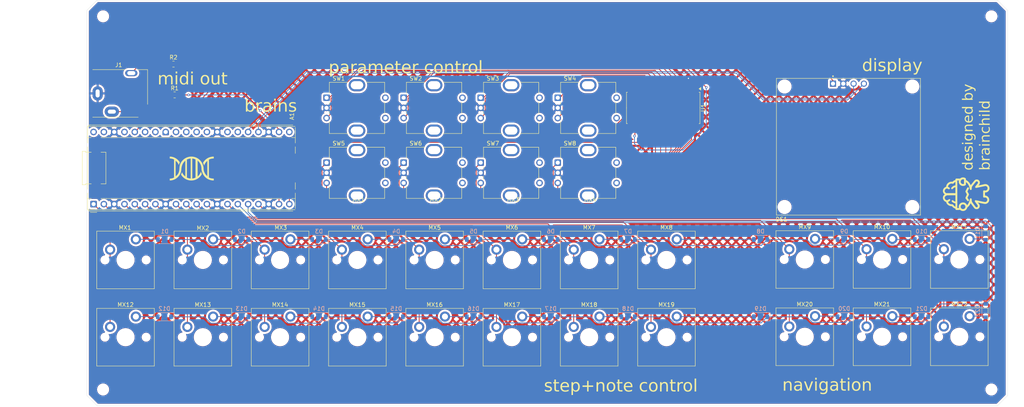
<source format=kicad_pcb>
(kicad_pcb (version 20241229) (generator "pcbnew") (generator_version "9.0")
  (layers (0 "F.Cu" signal) (2 "B.Cu" signal) (13 "F.Paste" user) (15 "B.Paste" user) (5 "F.SilkS" user "F.Silkscreen") (7 "B.SilkS" user "B.Silkscreen") (1 "F.Mask" user) (3 "B.Mask" user) (25 "Edge.Cuts" user))
  (net 0 "")
  (net 1 "COL10")
  (net 2 "IO_SDA")
  (net 4 "COL2")
  (net 6 "ROW1")
  (net 7 "ROW0")
  (net 8 "DISP_SDA")
  (net 9 "COL1")
  (net 10 "COL6")
  (net 11 "GND")
  (net 12 "COL0")
  (net 13 "DISP_SCL")
  (net 19 "COL3")
  (net 21 "COL8")
  (net 22 "IO_SCL")
  (net 23 "COL5")
  (net 24 "COL7")
  (net 25 "+3V3")
  (net 28 "MIDI_SINK")
  (net 29 "COL4")
  (net 30 "PICO_INT")
  (net 31 "COL9")
  (net 32 "Net-(D1-A)")
  (net 33 "Net-(D2-A)")
  (net 34 "Net-(D3-A)")
  (net 35 "Net-(D4-A)")
  (net 36 "Net-(D5-A)")
  (net 37 "Net-(D6-A)")
  (net 38 "Net-(D7-A)")
  (net 39 "Net-(D8-A)")
  (net 40 "Net-(D9-A)")
  (net 41 "Net-(D10-A)")
  (net 42 "Net-(D11-A)")
  (net 43 "Net-(D12-A)")
  (net 44 "Net-(D13-A)")
  (net 45 "Net-(D14-A)")
  (net 46 "Net-(D15-A)")
  (net 47 "Net-(D16-A)")
  (net 48 "Net-(D17-A)")
  (net 49 "Net-(D18-A)")
  (net 50 "Net-(D19-A)")
  (net 51 "Net-(D20-A)")
  (net 52 "Net-(D21-A)")
  (net 53 "Net-(D22-A)")
  (net 54 "Net-(J1-PadR)")
  (net 55 "Net-(J1-PadT)")
  (net 56 "ENC0_B")
  (net 57 "ENC0_A")
  (net 58 "ENC1_A")
  (net 59 "ENC1_B")
  (net 60 "ENC2_A")
  (net 61 "ENC2_B")
  (net 62 "ENC3_B")
  (net 63 "ENC3_A")
  (net 64 "ENC4_A")
  (net 65 "ENC4_B")
  (net 66 "ENC5_B")
  (net 67 "ENC5_A")
  (net 68 "ENC6_A")
  (net 69 "ENC6_B")
  (net 70 "ENC7_B")
  (net 71 "ENC7_A")
  (footprint "OLED_128X64_1.3_I2C:LCD_OLED_128X64_1.3_I2C" (layer "F.Cu") (at 224.25 55.15)
    (property "Reference" "DS1")
    (property "Value" "OLED_128X64_1.3_I2C")
  )
  (footprint "Module:RaspberryPi_Pico_Common_THT" (layer "F.Cu") (at 38.15 69.29125 90)
    (property "Reference" "A1")
    (property "Value" "RaspberryPi_Pico")
  )
  (footprint "PCM_Switch_Keyboard_Cherry_MX:SW_Cherry_MX_PCB_1.00u" (layer "F.Cu") (at 122.23375 102.10625)
    (property "Reference" "MX16")
    (property "Value" "MX_SW_solder")
  )
  (footprint "Rotary_Encoder:RotaryEncoder_Bourns_Vertical_PEC12R-3x17F-Sxxxx" (layer "F.Cu") (at 152.5909 43.0765)
    (property "Reference" "SW4")
    (property "Value" "RotaryEncoder")
  )
  (footprint "Connector_Audio:Jack_3.5mm_CUI_SJ1-3513N_Horizontal" (layer "F.Cu") (at 39.15 42)
    (property "Reference" "J1")
    (property "Value" "AudioPlug3")
  )
  (footprint "MountingHole:MountingHole_2.5mm" (layer "F.Cu") (at 259.5 115)
    (property "Reference" "REF**" (hide yes))
    (property "Value" "MountingHole_2.5mm")
  )
  (footprint "PCM_Switch_Keyboard_Cherry_MX:SW_Cherry_MX_PCB_1.00u" (layer "F.Cu") (at 141.28375 83.05625)
    (property "Reference" "MX6")
    (property "Value" "MX_SW_solder")
  )
  (footprint "Rotary_Encoder:RotaryEncoder_Bourns_Vertical_PEC12R-3x17F-Sxxxx" (layer "F.Cu") (at 152.5909 59.0765)
    (property "Reference" "SW8")
    (property "Value" "RotaryEncoder")
  )
  (footprint "PCM_Switch_Keyboard_Cherry_MX:SW_Cherry_MX_PCB_1.00u" (layer "F.Cu") (at 103.18375 102.10625)
    (property "Reference" "MX15")
    (property "Value" "MX_SW_solder")
  )
  (footprint "PCM_Switch_Keyboard_Cherry_MX:SW_Cherry_MX_PCB_1.00u" (layer "F.Cu") (at 46.03375 83.05625)
    (property "Reference" "MX1")
    (property "Value" "MX_SW_solder")
  )
  (footprint "PCM_Switch_Keyboard_Cherry_MX:SW_Cherry_MX_PCB_1.00u" (layer "F.Cu") (at 232.53 82.95)
    (property "Reference" "MX10")
    (property "Value" "MX_SW_solder")
  )
  (footprint "Package_SO:SOIC-28W_7.5x17.9mm_P1.27mm" (layer "F.Cu") (at 178.5909 45.5765 -90)
    (property "Reference" "U1")
    (property "Value" "MCP23018x-x-SO")
  )
  (footprint "Resistor_SMD:R_0805_2012Metric" (layer "F.Cu") (at 57.85 34.7725)
    (property "Reference" "R2")
    (property "Value" "33R")
  )
  (footprint "PCM_Switch_Keyboard_Cherry_MX:SW_Cherry_MX_PCB_1.00u" (layer "F.Cu") (at 65.08375 102.10625)
    (property "Reference" "MX13")
    (property "Value" "MX_SW_solder")
  )
  (footprint "Resistor_SMD:R_0805_2012Metric" (layer "F.Cu") (at 58.1375 42.3725)
    (property "Reference" "R1")
    (property "Value" "10R")
  )
  (footprint "MountingHole:MountingHole_2.5mm" (layer "F.Cu") (at 259.5 23)
    (property "Reference" "REF**" (hide yes))
    (property "Value" "MountingHole_2.5mm")
  )
  (footprint "PCM_Switch_Keyboard_Cherry_MX:SW_Cherry_MX_PCB_1.00u" (layer "F.Cu") (at 160.33375 102.10625)
    (property "Reference" "MX18")
    (property "Value" "MX_SW_solder")
  )
  (footprint "PCM_Switch_Keyboard_Cherry_MX:SW_Cherry_MX_PCB_1.00u" (layer "F.Cu") (at 122.23375 83.05625)
    (property "Reference" "MX5")
    (property "Value" "MX_SW_solder")
  )
  (footprint "PCM_Switch_Keyboard_Cherry_MX:SW_Cherry_MX_PCB_1.00u" (layer "F.Cu") (at 179.38375 83.05625)
    (property "Reference" "MX8")
    (property "Value" "MX_SW_solder")
  )
  (footprint "Rotary_Encoder:RotaryEncoder_Bourns_Vertical_PEC12R-3x17F-Sxxxx" (layer "F.Cu") (at 95.5909 43.0765)
    (property "Reference" "SW1")
    (property "Value" "RotaryEncoder")
  )
  (footprint "PCM_Switch_Keyboard_Cherry_MX:SW_Cherry_MX_PCB_1.00u" (layer "F.Cu") (at 141.28375 102.10625)
    (property "Reference" "MX17")
    (property "Value" "MX_SW_solder")
  )
  (footprint "Rotary_Encoder:RotaryEncoder_Bourns_Vertical_PEC12R-3x17F-Sxxxx" (layer "F.Cu") (at 114.5909 43.0765)
    (property "Reference" "SW2")
    (property "Value" "RotaryEncoder")
  )
  (footprint "Rotary_Encoder:RotaryEncoder_Bourns_Vertical_PEC12R-3x17F-Sxxxx" (layer "F.Cu") (at 95.5909 59.0765)
    (property "Reference" "SW5")
    (property "Value" "RotaryEncoder")
  )
  (footprint "MountingHole:MountingHole_2.5mm" (layer "F.Cu") (at 40.5 115)
    (property "Reference" "REF**" (hide yes))
    (property "Value" "MountingHole_2.5mm")
  )
  (footprint "PCM_Switch_Keyboard_Cherry_MX:SW_Cherry_MX_PCB_1.00u" (layer "F.Cu") (at 213.48 102)
    (property "Reference" "MX20")
    (property "Value" "MX_SW_solder")
  )
  (footprint "Rotary_Encoder:RotaryEncoder_Bourns_Vertical_PEC12R-3x17F-Sxxxx" (layer "F.Cu") (at 114.5909 59.0765)
    (property "Reference" "SW6")
    (property "Value" "RotaryEncoder")
  )
  (footprint "PCM_Switch_Keyboard_Cherry_MX:SW_Cherry_MX_PCB_1.00u" (layer "F.Cu") (at 251.58 102)
    (property "Reference" "MX22")
    (property "Value" "MX_SW_solder")
  )
  (footprint "MountingHole:MountingHole_2.5mm" (layer "F.Cu") (at 40.5 23)
    (property "Reference" "REF**" (hide yes))
    (property "Value" "MountingHole_2.5mm")
  )
  (footprint "PCM_Switch_Keyboard_Cherry_MX:SW_Cherry_MX_PCB_1.00u" (layer "F.Cu") (at 160.33375 83.05625)
    (property "Reference" "MX7")
    (property "Value" "MX_SW_solder")
  )
  (footprint "PCM_Switch_Keyboard_Cherry_MX:SW_Cherry_MX_PCB_1.00u" (layer "F.Cu") (at 84.13375 102.10625)
    (property "Reference" "MX14")
    (property "Value" "MX_SW_solder")
  )
  (footprint "PCM_Switch_Keyboard_Cherry_MX:SW_Cherry_MX_PCB_1.00u" (layer "F.Cu") (at 213.48 82.95)
    (property "Reference" "MX9")
    (property "Value" "MX_SW_solder")
  )
  (footprint "Rotary_Encoder:RotaryEncoder_Bourns_Vertical_PEC12R-3x17F-Sxxxx" (layer "F.Cu") (at 133.5909 59.0765)
    (property "Reference" "SW7")
    (property "Value" "RotaryEncoder")
  )
  (footprint "PCM_Switch_Keyboard_Cherry_MX:SW_Cherry_MX_PCB_1.00u" (layer "F.Cu") (at 84.13375 83.05625)
    (property "Reference" "MX3")
    (property "Value" "MX_SW_solder")
  )
  (footprint "PCM_Switch_Keyboard_Cherry_MX:SW_Cherry_MX_PCB_1.00u" (layer "F.Cu") (at 46.03375 102.10625)
    (property "Reference" "MX12")
    (property "Value" "MX_SW_solder")
  )
  (footprint "PCM_Switch_Keyboard_Cherry_MX:SW_Cherry_MX_PCB_1.00u" (layer "F.Cu") (at 103.18375 83.05625)
    (property "Reference" "MX4")
    (property "Value" "MX_SW_solder")
  )
  (footprint "PCM_Switch_Keyboard_Cherry_MX:SW_Cherry_MX_PCB_1.00u" (layer "F.Cu") (at 179.38375 102.10625)
    (property "Reference" "MX19")
    (property "Value" "MX_SW_solder")
  )
  (footprint "PCM_Switch_Keyboard_Cherry_MX:SW_Cherry_MX_PCB_1.00u" (layer "F.Cu") (at 232.53 102)
    (property "Reference" "MX21")
    (property "Value" "MX_SW_solder")
  )
  (footprint "PCM_Switch_Keyboard_Cherry_MX:SW_Cherry_MX_PCB_1.00u" (layer "F.Cu") (at 251.58 82.95)
    (property "Reference" "MX11")
    (property "Value" "MX_SW_solder")
  )
  (footprint "Rotary_Encoder:RotaryEncoder_Bourns_Vertical_PEC12R-3x17F-Sxxxx" (layer "F.Cu") (at 133.5909 43.0765)
    (property "Reference" "SW3")
    (property "Value" "RotaryEncoder")
  )
  (footprint "PCM_Switch_Keyboard_Cherry_MX:SW_Cherry_MX_PCB_1.00u" (layer "F.Cu") (at 65.08375 83.05625)
    (property "Reference" "MX2")
    (property "Value" "MX_SW_solder")
  )
  (footprint "Diode_SMD:D_SOD-123" (layer "B.Cu") (at 150.8625 78.0225 180)
    (property "Reference" "D6")
    (property "Value" "D_Small")
  )
  (footprint "Diode_SMD:D_SOD-123" (layer "B.Cu") (at 169.9125 97.0725 180)
    (property "Reference" "D18")
    (property "Value" "D_Small")
  )
  (footprint "Diode_SMD:D_SOD-123" (layer "B.Cu") (at 242.2675 78.0225 180)
    (property "Reference" "D10")
    (property "Value" "D_Small")
  )
  (footprint "Diode_SMD:D_SOD-123" (layer "B.Cu") (at 93.7125 78.0225 180)
    (property "Reference" "D3")
    (property "Value" "D_Small")
  )
  (footprint "Diode_SMD:D_SOD-123" (layer "B.Cu") (at 131.8125 97.0725 180)
    (property "Reference" "D16")
    (property "Value" "D_Small")
  )
  (footprint "Diode_SMD:D_SOD-123" (layer "B.Cu") (at 112.7625 97.0725 180)
    (property "Reference" "D15")
    (property "Value" "D_Small")
  )
  (footprint "Diode_SMD:D_SOD-123" (layer "B.Cu") (at 55.675 78.0225 180)
    (property "Reference" "D1")
    (property "Value" "D_Small")
  )
  (footprint "Diode_SMD:D_SOD-123" (layer "B.Cu") (at 131.8125 78.0225 180)
    (property "Reference" "D5")
    (property "Value" "D_Small")
  )
  (footprint "Diode_SMD:D_SOD-123" (layer "B.Cu") (at 202.58 78.0225 180)
    (property "Reference" "D8")
    (property "Value" "D_Small")
  )
  (footprint "Diode_SMD:D_SOD-123" (layer "B.Cu") (at 150.8625 97.0725 180)
    (property "Reference" "D17")
    (property "Value" "D_Small")
  )
  (footprint "Diode_SMD:D_SOD-123" (layer "B.Cu") (at 202.58 97.0725 180)
    (property "Reference" "D19")
    (property "Value" "D_Small")
  )
  (footprint "Diode_SMD:D_SOD-123" (layer "B.Cu") (at 74.6625 97.0725 180)
    (property "Reference" "D13")
    (property "Value" "D_Small")
  )
  (footprint "Diode_SMD:D_SOD-123" (layer "B.Cu") (at 93.7125 97.0725 180)
    (property "Reference" "D14")
    (property "Value" "D_Small")
  )
  (footprint "Diode_SMD:D_SOD-123" (layer "B.Cu") (at 169.9125 78.0225 180)
    (property "Reference" "D7")
    (property "Value" "D_Small")
  )
  (footprint "Diode_SMD:D_SOD-123" (layer "B.Cu") (at 258.1425 76.435 -90)
    (property "Reference" "D11")
    (property "Value" "D_Small")
  )
  (footprint "Diode_SMD:D_SOD-123" (layer "B.Cu") (at 74.6625 78.0225 180)
    (property "Reference" "D2")
    (property "Value" "D_Small")
  )
  (footprint "Diode_SMD:D_SOD-123" (layer "B.Cu") (at 242.2675 97.0725 180)
    (property "Reference" "D21")
    (property "Value" "D_Small")
  )
  (footprint "Diode_SMD:D_SOD-123" (layer "B.Cu") (at 258.1425 95.5475 -90)
    (property "Reference" "D22")
    (property "Value" "D_Small")
  )
  (footprint "Diode_SMD:D_SOD-123" (layer "B.Cu") (at 55.6125 97.0725 180)
    (property "Reference" "D12")
    (property "Value" "D_Small")
  )
  (footprint "Diode_SMD:D_SOD-123" (layer "B.Cu") (at 223.2175 78.0225 180)
    (property "Reference" "D9")
    (property "Value" "D_Small")
  )
  (footprint "Diode_SMD:D_SOD-123" (layer "B.Cu") (at 112.7625 78.0225 180)
    (property "Reference" "D4")
    (property "Value" "D_Small")
  )
  (footprint "Diode_SMD:D_SOD-123" (layer "B.Cu") (at 223.2175 97.0725 180)
    (property "Reference" "D20")
    (property "Value" "D_Small")
  )
  (gr_poly (pts (xy 247.534271 67.706177) (xy 247.535851 67.672317) (xy 247.538652 67.638641) (xy 247.542667 67.605171) (xy 247.554307 67.538938) (xy 247.570711 67.473789) (xy 247.591819 67.409899) (xy 247.617571 67.347442) (xy 247.647909 67.286591) (xy 247.682772 67.22752) (xy 247.722101 67.170402) (xy 247.765835 67.11541) (xy 247.813916 67.06272) (xy 247.866283 67.012504) (xy 247.922877 66.964935) (xy 248.008073 66.896408) (xy 247.915469 66.824177) (xy 247.879384 66.795152) (xy 247.844782 66.76439) (xy 247.811717 66.731978) (xy 247.780238 66.698004) (xy 247.750398 66.662554) (xy 247.722248 66.625715) (xy 247.69584 66.587574) (xy 247.671226 66.548217) (xy 247.648456 66.507732) (xy 247.627582 66.466204) (xy 247.608657 66.423722) (xy 247.591731 66.380372) (xy 247.576856 66.33624) (xy 247.564083 66.291414) (xy 247.553465 66.24598) (xy 247.545052 66.200025) (xy 247.539506 66.156872) (xy 247.536038 66.113578) (xy 247.53461 66.070209) (xy 247.535184 66.02683) (xy 247.537723 65.983507) (xy 247.542187 65.940305) (xy 247.54854 65.897289) (xy 247.556744 65.854525) (xy 247.566759 65.812079) (xy 247.578549 65.770015) (xy 247.592075 65.7284) (xy 247.6073 65.687299) (xy 247.624185 65.646776) (xy 247.642692 65.606899) (xy 247.662784 65.567732) (xy 247.684422 65.52934) (xy 247.707568 65.491789) (xy 247.732185 65.455145) (xy 247.758235 65.419473) (xy 247.785679 65.384838) (xy 247.814479 65.351305) (xy 247.844598 65.318942) (xy 247.875997 65.287812) (xy 247.908639 65.257981) (xy 247.942486 65.229514) (xy 247.977499 65.202478) (xy 248.013641 65.176938) (xy 248.050874 65.152958) (xy 248.089159 65.130605) (xy 248.128459 65.109944) (xy 248.168735 65.09104) (xy 248.20995 65.073959) (xy 248.247263 65.059048) (xy 248.262402 65.052643) (xy 248.275439 65.046699) (xy 248.286555 65.041037) (xy 248.291449 65.038255) (xy 248.295931 65.035478) (xy 248.300024 65.032681) (xy 248.30375 65.029843) (xy 248.307133 65.026941) (xy 248.310194 65.023953) (xy 248.312957 65.020856) (xy 248.315444 65.017629) (xy 248.317679 65.014248) (xy 248.319683 65.010691) (xy 248.321479 65.006937) (xy 248.323091 65.002962) (xy 248.32454 64.998744) (xy 248.32585 64.994261) (xy 248.328143 64.984411) (xy 248.330151 64.97323) (xy 248.33404 64.946165) (xy 248.343394 64.885263) (xy 248.35366 64.829484) (xy 248.359257 64.803108) (xy 248.365229 64.777524) (xy 248.371623 64.75257) (xy 248.37849 64.728082) (xy 248.385877 64.703898) (xy 248.393835 64.679856) (xy 248.402411 64.655791) (xy 248.411654 64.631542) (xy 248.421613 64.606946) (xy 248.432338 64.58184) (xy 248.456277 64.529447) (xy 248.503778 64.439853) (xy 248.557777 64.354609) (xy 248.617825 64.273982) (xy 248.683476 64.198242) (xy 248.754281 64.127656) (xy 248.829794 64.062494) (xy 248.909566 64.003023) (xy 248.99315 63.949513) (xy 249.080098 63.902232) (xy 249.169962 63.861449) (xy 249.262296 63.827431) (xy 249.35665 63.800449) (xy 249.452578 63.78077) (xy 249.549632 63.768664) (xy 249.647364 63.764397) (xy 249.745327 63.76824) (xy 249.902754 63.781205) (xy 250.019435 63.673784) (xy 250.046818 63.649155) (xy 250.074759 63.62529) (xy 250.103211 63.602218) (xy 250.132123 63.579965) (xy 250.161448 63.558558) (xy 250.191137 63.538025) (xy 250.22114 63.518393) (xy 250.251409 63.499689) (xy 250.281895 63.481939) (xy 250.312549 63.465172) (xy 250.343323 63.449414) (xy 250.374167 63.434692) (xy 250.405033 63.421034) (xy 250.435872 63.408466) (xy 250.466635 63.397017) (xy 250.497273 63.386712) (xy 250.623215 63.345965) (xy 250.623215 63.257065) (xy 250.623627 63.237313) (xy 250.624864 63.218335) (xy 250.626926 63.200121) (xy 250.629813 63.182664) (xy 250.631566 63.174217) (xy 250.633524 63.165956) (xy 250.635689 63.15788) (xy 250.63806 63.149989) (xy 250.640638 63.14228) (xy 250.643421 63.134754) (xy 250.646411 63.127408) (xy 250.649607 63.120243) (xy 250.653009 63.113257) (xy 250.656617 63.106449) (xy 250.660432 63.099818) (xy 250.664453 63.093363) (xy 250.66868 63.087083) (xy 250.673113 63.080976) (xy 250.677752 63.075043) (xy 250.682597 63.069282) (xy 250.687649 63.063692) (xy 250.692907 63.058271) (xy 250.698371 63.05302) (xy 250.704041 63.047936) (xy 250.709917 63.043019) (xy 250.716 63.038268) (xy 250.722289 63.033682) (xy 250.728784 63.029259) (xy 250.742355 63.021357) (xy 250.758261 63.014305) (xy 250.7768 63.00809) (xy 250.798266 63.002694) (xy 250.822955 62.998101) (xy 250.851162 62.994294) (xy 250.919317 62.988977) (xy 251.005095 62.986611) (xy 251.110863 62.987067) (xy 251.238986 62.990214) (xy 251.39183 62.995923) (xy 251.743725 63.010739) (xy 251.84559 62.934803) (xy 251.880791 62.909294) (xy 251.915625 62.885524) (xy 251.950205 62.863452) (xy 251.984641 62.843038) (xy 252.019044 62.824241) (xy 252.053526 62.80702) (xy 252.088198 62.791335) (xy 252.123171 62.777145) (xy 252.158556 62.764408) (xy 252.194465 62.753086) (xy 252.231009 62.743136) (xy 252.268299 62.734518) (xy 252.306446 62.727191) (xy 252.345562 62.721115) (xy 252.385757 62.71625) (xy 252.427144 62.712553) (xy 252.477272 62.710411) (xy 252.528133 62.710868) (xy 252.579417 62.713831) (xy 252.630815 62.719209) (xy 252.682018 62.72691) (xy 252.732716 62.73684) (xy 252.7826 62.748909) (xy 252.831361 62.763023) (xy 252.87869 62.77909) (xy 252.924276 62.797018) (xy 252.967812 62.816716) (xy 253.008988 62.83809) (xy 253.047493 62.861048) (xy 253.08302 62.885499) (xy 253.115259 62.911349) (xy 253.1439 62.938508) (xy 253.164165 62.959933) (xy 253.172444 62.969473) (xy 253.179611 62.978646) (xy 253.185758 62.987765) (xy 253.190977 62.997142) (xy 253.19536 63.007088) (xy 253.199 63.017916) (xy 253.201989 63.029938) (xy 253.204419 63.043465) (xy 253.206382 63.058811) (xy 253.207971 63.076286) (xy 253.209278 63.096202) (xy 253.210395 63.118873) (xy 253.212427 63.173723) (xy 253.219836 63.345966) (xy 253.338369 63.407084) (xy 253.388405 63.434292) (xy 253.439054 63.464394) (xy 253.490105 63.497204) (xy 253.541346 63.532534) (xy 253.592565 63.570197) (xy 253.64355 63.610007) (xy 253.694091 63.651775) (xy 253.743975 63.695315) (xy 253.792991 63.740439) (xy 253.840927 63.78696) (xy 253.887572 63.834692) (xy 253.932714 63.883446) (xy 253.976141 63.933036) (xy 254.017642 63.983274) (xy 254.057005 64.033974) (xy 254.094019 64.084947) (xy 254.11437 64.114671) (xy 254.137369 64.150146) (xy 254.162191 64.190006) (xy 254.188012 64.232882) (xy 254.214006 64.277408) (xy 254.239349 64.322216) (xy 254.263216 64.365939) (xy 254.284783 64.407209) (xy 254.324198 64.48326) (xy 254.357014 64.546115) (xy 254.380108 64.589524) (xy 254.387031 64.601982) (xy 254.389166 64.605558) (xy 254.390352 64.607234) (xy 254.401146 64.596773) (xy 254.429477 64.564173) (xy 254.53111 64.441936) (xy 254.679972 64.259274) (xy 254.860781 64.034941) (xy 254.954793 63.916784) (xy 255.045093 63.804357) (xy 255.129532 63.700264) (xy 255.205963 63.60711) (xy 255.272237 63.527499) (xy 255.326204 63.464036) (xy 255.365716 63.419326) (xy 255.37938 63.404816) (xy 255.388625 63.395972) (xy 255.411697 63.376737) (xy 255.435732 63.358624) (xy 255.460672 63.341635) (xy 255.486459 63.325774) (xy 255.540344 63.297449) (xy 255.596926 63.273677) (xy 255.655743 63.254484) (xy 255.716335 63.239898) (xy 255.77824 63.229946) (xy 255.840996 63.224654) (xy 255.904143 63.224051) (xy 255.96722 63.228163) (xy 256.029765 63.237018) (xy 256.091317 63.250641) (xy 256.151415 63.269062) (xy 256.209597 63.292306) (xy 256.237826 63.305746) (xy 256.265403 63.320401) (xy 256.29227 63.336276) (xy 256.318371 63.353374) (xy 256.339681 63.368411) (xy 256.360538 63.384331) (xy 256.380923 63.40111) (xy 256.400817 63.418718) (xy 256.420201 63.437129) (xy 256.439056 63.456317) (xy 256.457363 63.476253) (xy 256.475103 63.49691) (xy 256.492257 63.518263) (xy 256.508806 63.540282) (xy 256.524731 63.562942) (xy 256.540013 63.586216) (xy 256.554633 63.610075) (xy 256.568572 63.634493) (xy 256.581811 63.659443) (xy 256.594331 63.684897) (xy 256.612219 63.723574) (xy 256.619574 63.740682) (xy 256.625961 63.756781) (xy 256.631447 63.772229) (xy 256.636101 63.787384) (xy 256.639989 63.802604) (xy 256.64318 63.818247) (xy 256.645741 63.834672) (xy 256.647741 63.852236) (xy 256.649247 63.871297) (xy 256.650328 63.892215) (xy 256.651482 63.941049) (xy 256.651746 64.001603) (xy 256.651328 64.043977) (xy 256.649966 64.083185) (xy 256.647497 64.119664) (xy 256.643759 64.15385) (xy 256.638588 64.186181) (xy 256.631821 64.217092) (xy 256.623297 64.247022) (xy 256.612852 64.276406) (xy 256.600324 64.305681) (xy 256.585548 64.335285) (xy 256.568364 64.365654) (xy 256.548608 64.397225) (xy 256.526117 64.430435) (xy 256.500729 64.46572) (xy 256.47228 64.503517) (xy 256.440609 64.544263) (xy 256.41715 64.573503) (xy 256.395667 64.601071) (xy 256.376571 64.626338) (xy 256.360274 64.648675) (xy 256.353305 64.658548) (xy 256.34719 64.667453) (xy 256.341982 64.67531) (xy 256.337731 64.682041) (xy 256.33449 64.687568) (xy 256.332309 64.691812) (xy 256.331632 64.693428) (xy 256.33124 64.694693) (xy 256.331139 64.695599) (xy 256.331336 64.696134) (xy 256.385661 64.687272) (xy 256.525631 64.658919) (xy 256.957803 64.566489) (xy 257.418451 64.464335) (xy 257.698173 64.397949) (xy 257.729651 64.390441) (xy 257.763426 64.383896) (xy 257.79915 64.378322) (xy 257.836472 64.373727) (xy 257.875041 64.37012) (xy 257.914509 64.367509) (xy 257.954524 64.365902) (xy 257.994738 64.365306) (xy 258.0348 64.365731) (xy 258.074359 64.367184) (xy 258.113067 64.369673) (xy 258.150573 64.373207) (xy 258.186528 64.377793) (xy 258.22058 64.38344) (xy 258.252381 64.390156) (xy 258.281579 64.397949) (xy 258.34147 64.418037) (xy 258.400156 64.442059) (xy 258.457431 64.469825) (xy 258.51309 64.501145) (xy 258.566925 64.535829) (xy 258.618731 64.573687) (xy 258.668301 64.61453) (xy 258.71543 64.658167) (xy 258.75991 64.704408) (xy 258.801537 64.753064) (xy 258.840104 64.803945) (xy 258.875404 64.856861) (xy 258.907231 64.911621) (xy 258.935379 64.968036) (xy 258.959643 65.025917) (xy 258.979815 65.085072) (xy 258.989299 65.118284) (xy 258.997605 65.15378) (xy 259.004729 65.191197) (xy 259.010664 65.230171) (xy 259.015405 65.270339) (xy 259.018948 65.311337) (xy 259.021285 65.352802) (xy 259.022413 65.39437) (xy 259.022325 65.435677) (xy 259.021017 65.476361) (xy 259.018482 65.516057) (xy 259.014716 65.554402) (xy 259.009712 65.591032) (xy 259.003465 65.625584) (xy 258.995971 65.657694) (xy 258.987223 65.686999) (xy 258.95843 65.764784) (xy 258.924955 65.838997) (xy 258.886975 65.909492) (xy 258.844671 65.976127) (xy 258.798222 66.038757) (xy 258.747806 66.097239) (xy 258.693603 66.151429) (xy 258.635791 66.201184) (xy 258.574551 66.246358) (xy 258.51006 66.28681) (xy 258.442497 66.322394) (xy 258.372043 66.352968) (xy 258.298876 66.378386) (xy 258.223175 66.398506) (xy 258.145119 66.413184) (xy 258.064887 66.422276) (xy 257.920424 66.433389) (xy 257.920424 67.187186) (xy 257.981543 67.187186) (xy 258.00365 67.187974) (xy 258.028091 67.190272) (xy 258.05455 67.193987) (xy 258.082713 67.199022) (xy 258.112265 67.205285) (xy 258.142891 67.212678) (xy 258.174277 67.221108) (xy 258.206108 67.230479) (xy 258.238069 67.240697) (xy 258.269846 67.251666) (xy 258.301123 67.263292) (xy 258.331587 67.275479) (xy 258.360921 67.288133) (xy 258.388813 67.301159) (xy 258.414946 67.314461) (xy 258.439007 67.327945) (xy 258.484896 67.356216) (xy 258.528789 67.386449) (xy 258.570661 67.418554) (xy 258.610491 67.452443) (xy 258.648257 67.488027) (xy 258.683935 67.525215) (xy 258.717504 67.563919) (xy 258.748942 67.60405) (xy 258.778225 67.645519) (xy 258.805332 67.688235) (xy 258.830239 67.732111) (xy 258.852926 67.777057) (xy 258.873369 67.822984) (xy 258.891546 67.869802) (xy 258.907434 67.917422) (xy 258.921012 67.965756) (xy 258.932256 68.014714) (xy 258.941145 68.064206) (xy 258.947656 68.114145) (xy 258.951767 68.164439) (xy 258.953454 68.215001) (xy 258.952697 68.265741) (xy 258.949472 68.316569) (xy 258.943758 68.367398) (xy 258.935531 68.418137) (xy 258.924769 68.468697) (xy 258.911451 68.518989) (xy 258.895553 68.568924) (xy 258.877053 68.618413) (xy 258.855929 68.667366) (xy 258.832159 68.715695) (xy 258.80572 68.76331) (xy 258.782768 68.799617) (xy 258.757109 68.835512) (xy 258.728944 68.870842) (xy 258.698472 68.905457) (xy 258.665895 68.939203) (xy 258.631414 68.971929) (xy 258.595228 69.003483) (xy 258.55754 69.033714) (xy 258.51855 69.062468) (xy 258.478458 69.089594) (xy 258.437465 69.114941) (xy 258.395772 69.138356) (xy 258.35358 69.159688) (xy 258.31109 69.178784) (xy 258.268502 69.195492) (xy 258.226017 69.209662) (xy 258.139693 69.233109) (xy 258.097095 69.241396) (xy 258.053195 69.247224) (xy 258.006734 69.25047) (xy 257.956452 69.251008) (xy 257.901092 69.248714) (xy 257.839395 69.243462) (xy 257.691952 69.223588) (xy 257.504052 69.190388) (xy 257.265625 69.142864) (xy 256.9666 69.080016) (xy 256.416069 68.963797) (xy 256.247761 68.928955) (xy 256.201589 68.919781) (xy 256.185021 68.917032) (xy 256.185464 68.918425) (xy 256.187437 68.92184) (xy 256.19567 68.934309) (xy 256.227156 68.978846) (xy 256.274616 69.043871) (xy 256.333188 69.122613) (xy 256.400474 69.212968) (xy 256.42872 69.25156) (xy 256.453718 69.286349) (xy 256.475732 69.317774) (xy 256.495025 69.346274) (xy 256.51186 69.372289) (xy 256.526499 69.396259) (xy 256.539208 69.418622) (xy 256.550247 69.439819) (xy 256.559881 69.460289) (xy 256.568374 69.480471) (xy 256.575987 69.500805) (xy 256.582984 69.52173) (xy 256.589628 69.543687) (xy 256.596183 69.567114) (xy 256.608191 69.62153) (xy 256.616455 69.67567) (xy 256.621008 69.72943) (xy 256.621881 69.782708) (xy 256.619109 69.835399) (xy 256.612722 69.887401) (xy 256.602755 69.938611) (xy 256.589238 69.988925) (xy 256.572206 70.038242) (xy 256.55169 70.086456) (xy 256.527724 70.133467) (xy 256.500339 70.179169) (xy 256.469568 70.223461) (xy 256.435443 70.266239) (xy 256.397998 70.3074) (xy 256.357265 70.34684) (xy 256.327634 70.373012) (xy 256.298972 70.396727) (xy 256.270987 70.418094) (xy 256.243391 70.437216) (xy 256.215892 70.454201) (xy 256.188201 70.469154) (xy 256.160027 70.48218) (xy 256.131079 70.493387) (xy 256.101069 70.502878) (xy 256.069704 70.510761) (xy 256.036695 70.51714) (xy 256.001752 70.522123) (xy 255.964584 70.525814) (xy 255.924901 70.528319) (xy 255.882413 70.529745) (xy 255.83683 70.530197) (xy 255.773222 70.529933) (xy 255.746291 70.529501) (xy 255.722116 70.528779) (xy 255.700329 70.527698) (xy 255.68056 70.526192) (xy 255.662441 70.524192) (xy 255.645602 70.521631) (xy 255.629675 70.51844) (xy 255.61429 70.514552) (xy 255.599079 70.509898) (xy 255.583673 70.504412) (xy 255.567702 70.498025) (xy 255.550799 70.49067) (xy 255.532592 70.482278) (xy 255.512715 70.472782) (xy 255.499991 70.466564) (xy 255.486887 70.459763) (xy 255.473501 70.452447) (xy 255.459931 70.444683) (xy 255.446273 70.436539) (xy 255.432627 70.428083) (xy 255.419089 70.419382) (xy 255.405757 70.410506) (xy 255.39273 70.401521) (xy 255.380103 70.392495) (xy 255.367976 70.383496) (xy 255.356446 70.374593) (xy 255.34561 70.365852) (xy 255.335566 70.357342) (xy 255.326413 70.34913) (xy 255.318246 70.341284) (xy 255.294546 70.315004) (xy 255.255392 70.267172) (xy 255.139058 70.117877) (xy 254.985914 69.91545) (xy 254.812628 69.681943) (xy 254.643481 69.454252) (xy 254.504025 69.267539) (xy 254.408671 69.14125) (xy 254.382037 69.106842) (xy 254.371832 69.094832) (xy 254.370797 69.095515) (xy 254.369109 69.097516) (xy 254.363932 69.105192) (xy 254.356629 69.117296) (xy 254.347524 69.133263) (xy 254.336943 69.152529) (xy 254.325212 69.17453) (xy 254.312656 69.198701) (xy 254.299601 69.224478) (xy 254.269582 69.282561) (xy 254.238551 69.339441) (xy 254.206495 69.395133) (xy 254.173399 69.449651) (xy 254.139251 69.503007) (xy 254.104036 69.555216) (xy 254.067742 69.606291) (xy 254.030355 69.656245) (xy 253.99186 69.705092) (xy 253.952245 69.752846) (xy 253.911496 69.799521) (xy 253.8696 69.845129) (xy 253.826542 69.889684) (xy 253.782309 69.9332) (xy 253.736889 69.975691) (xy 253.690266 70.01717) (xy 253.666518 70.037775) (xy 253.645176 70.056649) (xy 253.626086 70.073972) (xy 253.609093 70.089922) (xy 253.594042 70.104678) (xy 253.58078 70.118419) (xy 253.56915 70.131325) (xy 253.559 70.143574) (xy 253.550173 70.155346) (xy 253.542515 70.166819) (xy 253.535872 70.178173) (xy 253.53009 70.189587) (xy 253.525012 70.201239) (xy 253.520486 70.21331) (xy 253.516355 70.225977) (xy 253.512466 70.23942) (xy 253.498114 70.285886) (xy 253.480214 70.332733) (xy 253.458992 70.379688) (xy 253.434678 70.42648) (xy 253.407499 70.472838) (xy 253.377683 70.518491) (xy 253.345458 70.563167) (xy 253.311052 70.606595) (xy 253.274692 70.648504) (xy 253.236607 70.688622) (xy 253.197024 70.726679) (xy 253.156171 70.762402) (xy 253.114277 70.79552) (xy 253.071569 70.825763) (xy 253.028274 70.852859) (xy 252.984622 70.876536) (xy 252.950499 70.893107) (xy 252.918088 70.908138) (xy 252.887104 70.921692) (xy 252.857262 70.933835) (xy 252.828278 70.944633) (xy 252.799866 70.95415) (xy 252.771742 70.962452) (xy 252.74362 70.969604) (xy 252.715216 70.97567) (xy 252.686245 70.980716) (xy 252.656422 70.984807) (xy 252.625463 70.988009) (xy 252.593082 70.990385) (xy 252.558994 70.992002) (xy 252.522915 70.992925) (xy 252.510489 70.993019) (xy 252.510489 70.520936) (xy 252.531279 70.520532) (xy 252.551965 70.519325) (xy 252.572529 70.517329) (xy 252.592954 70.514555) (xy 252.613224 70.511017) (xy 252.63332 70.506726) (xy 252.653225 70.501694) (xy 252.672923 70.495933) (xy 252.692395 70.489457) (xy 252.711625 70.482276) (xy 252.730596 70.474404) (xy 252.749289 70.465851) (xy 252.767688 70.456632) (xy 252.785775 70.446757) (xy 252.803533 70.43624) (xy 252.820945 70.425091) (xy 252.837993 70.413324) (xy 252.854661 70.400951) (xy 252.87093 70.387983) (xy 252.886784 70.374434) (xy 252.902206 70.360315) (xy 252.917177 70.345638) (xy 252.931681 70.330416) (xy 252.9457 70.314661) (xy 252.959218 70.298385) (xy 252.972216 70.2816) (xy 252.984677 70.264319) (xy 252.996585 70.246553) (xy 253.007922 70.228316) (xy 253.018671 70.209618) (xy 253.028813 70.190473) (xy 253.038333 70.170893) (xy 253.048362 70.146708) (xy 253.056923 70.120836) (xy 253.064024 70.093499) (xy 253.069674 70.064919) (xy 253.07388 70.035319) (xy 253.076652 70.004921) (xy 253.077996 69.973949) (xy 253.077921 69.942623) (xy 253.076436 69.911168) (xy 253.073548 69.879805) (xy 253.069265 69.848756) (xy 253.063597 69.818245) (xy 253.056549 69.788493) (xy 253.048132 69.759723) (xy 253.038353 69.732158) (xy 253.02722 69.70602) (xy 253.01602 69.682913) (xy 253.003969 69.660482) (xy 252.977428 69.61771) (xy 252.94782 69.577818) (xy 252.915372 69.540924) (xy 252.880309 69.507145) (xy 252.842855 69.476597) (xy 252.803236 69.449396) (xy 252.761678 69.425661) (xy 252.718405 69.405506) (xy 252.673642 69.38905) (xy 252.627616 69.376407) (xy 252.58055 69.367696) (xy 252.53267 69.363033) (xy 252.508496 69.362256) (xy 252.484202 69.362534) (xy 252.459817 69.363883) (xy 252.43537 69.366317) (xy 252.410888 69.36985) (xy 252.386399 69.374497) (xy 252.36429 69.379149) (xy 252.341486 69.384626) (xy 252.318683 69.39071) (xy 252.296573 69.397185) (xy 252.275853 69.403834) (xy 252.257216 69.410439) (xy 252.248896 69.413657) (xy 252.241358 69.416784) (xy 252.234687 69.419791) (xy 252.228972 69.422651) (xy 252.211758 69.432073) (xy 252.194227 69.442897) (xy 252.176496 69.455008) (xy 252.15868 69.468288) (xy 252.140896 69.48262) (xy 252.123262 69.497888) (xy 252.105894 69.513976) (xy 252.088908 69.530766) (xy 252.072422 69.548143) (xy 252.056551 69.565989) (xy 252.041413 69.584187) (xy 252.027124 69.602621) (xy 252.013801 69.621175) (xy 252.00156 69.639732) (xy 251.990519 69.658174) (xy 251.980793 69.676386) (xy 251.980794 69.676387) (xy 251.970184 69.699553) (xy 251.960598 69.725065) (xy 251.952059 69.75258) (xy 251.944591 69.781753) (xy 251.93822 69.812238) (xy 251.932969 69.843693) (xy 251.928863 69.875771) (xy 251.925926 69.908128) (xy 251.924183 69.940421) (xy 251.923658 69.972304) (xy 251.924375 70.003432) (xy 251.92636 70.033462) (xy 251.929636 70.062049) (xy 251.934227 70.088848) (xy 251.940159 70.113514) (xy 251.947456 70.135703) (xy 251.96613 70.180318) (xy 251.987374 70.222447) (xy 252.011107 70.262037) (xy 252.037253 70.299034) (xy 252.065732 70.333382) (xy 252.096466 70.365029) (xy 252.129375 70.393919) (xy 252.164381 70.419998) (xy 252.201406 70.443212) (xy 252.240371 70.463507) (xy 252.281197 70.480829) (xy 252.323805 70.495123) (xy 252.368117 70.506335) (xy 252.414054 70.514411) (xy 252.461538 70.519296) (xy 252.510489 70.520936) (xy 252.510489 70.993019) (xy 252.48456 70.993218) (xy 252.43785 70.992168) (xy 252.392777 70.989683) (xy 252.349195 70.985717) (xy 252.306962 70.980224) (xy 252.265934 70.973157) (xy 252.225966 70.964471) (xy 252.186915 70.954118) (xy 252.148638 70.942054) (xy 252.11099 70.928231) (xy 252.073828 70.912605) (xy 252.037007 70.895128) (xy 252.000384 70.875755) (xy 251.963816 70.854439) (xy 251.927158 70.831135) (xy 251.890267 70.805796) (xy 251.852999 70.778376) (xy 251.756691 70.704293) (xy 251.521476 70.724666) (xy 251.478879 70.727665) (xy 251.478879 70.261643) (xy 251.467767 70.209785) (xy 251.464833 70.196303) (xy 251.461661 70.177287) (xy 251.458358 70.153625) (xy 251.455034 70.12621) (xy 251.451796 70.095929) (xy 251.448754 70.063673) (xy 251.446015 70.030332) (xy 251.443689 69.996795) (xy 251.441545 69.940496) (xy 251.442359 69.884857) (xy 251.446059 69.829951) (xy 251.452577 69.775851) (xy 251.461842 69.722632) (xy 251.473784 69.670367) (xy 251.488332 69.619129) (xy 251.505416 69.568993) (xy 251.524966 69.520031) (xy 251.546913 69.472318) (xy 251.571185 69.425926) (xy 251.597713 69.38093) (xy 251.626426 69.337404) (xy 251.657254 69.295419) (xy 251.690127 69.255052) (xy 251.724975 69.216374) (xy 251.761727 69.179459) (xy 251.800314 69.144382) (xy 251.840664 69.111215) (xy 251.882709 69.080032) (xy 251.926378 69.050907) (xy 251.9716 69.023914) (xy 252.018305 68.999125) (xy 252.066424 68.976616) (xy 252.115885 68.956458) (xy 252.166619 68.938726) (xy 252.218556 68.923494) (xy 252.271625 68.910834) (xy 252.325756 68.900821) (xy 252.380879 68.893528) (xy 252.436924 68.889029) (xy 252.493821 68.887397) (xy 252.550224 68.888185) (xy 252.604902 68.891268) (xy 252.657953 68.896684) (xy 252.709473 68.904471) (xy 252.75956 68.914668) (xy 252.808313 68.927311) (xy 252.855829 68.94244) (xy 252.902205 68.960092) (xy 252.947539 68.980305) (xy 252.99193 69.003116) (xy 253.035474 69.028565) (xy 253.078269 69.056689) (xy 253.120413 69.087526) (xy 253.162003 69.121114) (xy 253.203138 69.157491) (xy 253.243914 69.196695) (xy 253.257879 69.210938) (xy 253.271938 69.225815) (xy 253.300027 69.257062) (xy 253.327551 69.289611) (xy 253.353882 69.322637) (xy 253.378389 69.355316) (xy 253.400444 69.386823) (xy 253.410355 69.40188) (xy 253.419417 69.416334) (xy 253.427551 69.430082) (xy 253.434679 69.443022) (xy 253.497649 69.559704) (xy 253.56062 69.489325) (xy 253.609513 69.431865) (xy 253.656849 69.371356) (xy 253.702589 69.307873) (xy 253.746697 69.241493) (xy 253.789133 69.172291) (xy 253.829859 69.100344) (xy 253.868839 69.025727) (xy 253.906034 68.948516) (xy 253.941405 68.868788) (xy 253.974915 68.786618) (xy 254.006526 68.702082) (xy 254.0362 68.615257) (xy 254.063899 68.526218) (xy 254.089585 68.435041) (xy 254.11322 68.341802) (xy 254.134766 68.246577) (xy 254.143917 68.204393) (xy 254.152675 68.165906) (xy 254.161124 68.130909) (xy 254.169347 68.099191) (xy 254.17743 68.070545) (xy 254.185456 68.044761) (xy 254.193508 68.02163) (xy 254.197571 68.010995) (xy 254.201672 68.000944) (xy 254.205822 67.991452) (xy 254.210031 67.982493) (xy 254.214311 67.974041) (xy 254.21867 67.966069) (xy 254.223121 67.958552) (xy 254.227672 67.951463) (xy 254.232336 67.944776) (xy 254.237122 67.938465) (xy 254.242041 67.932504) (xy 254.247104 67.926868) (xy 254.252321 67.921528) (xy 254.257701 67.916461) (xy 254.263257 67.911639) (xy 254.268999 67.907036) (xy 254.274936 67.902627) (xy 254.28108 67.898385) (xy 254.290468 67.892611) (xy 254.300205 67.887436) (xy 254.310261 67.882855) (xy 254.320607 67.878859) (xy 254.331212 67.87544) (xy 254.342046 67.872592) (xy 254.353078 67.870307) (xy 254.364279 67.868578) (xy 254.375619 67.867397) (xy 254.387067 67.866756) (xy 254.398592 67.866648) (xy 254.410166 67.867066) (xy 254.421757 67.868002) (xy 254.433335 67.869449) (xy 254.444871 67.871399) (xy 254.456334 67.873845) (xy 254.467694 67.876779) (xy 254.47892 67.880194) (xy 254.489983 67.884083) (xy 254.500853 67.888437) (xy 254.511498 67.89325) (xy 254.52189 67.898514) (xy 254.531997 67.904222) (xy 254.54179 67.910366) (xy 254.551239 67.916938) (xy 254.560312 67.923932) (xy 254.568981 67.931339) (xy 254.577215 67.939153) (xy 254.584983 67.947365) (xy 254.592256 67.955969) (xy 254.599004 67.964957) (xy 254.605195 67.974321) (xy 254.610495 67.983019) (xy 254.615295 67.991818) (xy 254.619617 68.000817) (xy 254.623484 68.010118) (xy 254.626917 68.01982) (xy 254.629938 68.030024) (xy 254.632567 68.04083) (xy 254.634828 68.052339) (xy 254.636742 68.064652) (xy 254.63833 68.077867) (xy 254.639614 68.092086) (xy 254.640616 68.10741) (xy 254.64186 68.141771) (xy 254.642236 68.181754) (xy 254.642706 68.215321) (xy 254.644081 68.250527) (xy 254.649355 68.324596) (xy 254.657668 68.401443) (xy 254.668629 68.47855) (xy 254.681846 68.5534) (xy 254.696931 68.623476) (xy 254.705051 68.655936) (xy 254.713491 68.686259) (xy 254.722203 68.714128) (xy 254.731137 68.739231) (xy 254.745121 68.766473) (xy 254.772172 68.810623) (xy 254.810769 68.869488) (xy 254.859393 68.940876) (xy 254.980647 69.112455) (xy 255.123778 69.30782) (xy 255.398813 69.679163) (xy 255.499867 69.816217) (xy 255.557166 69.894931) (xy 255.574987 69.919045) (xy 255.593039 69.941385) (xy 255.611335 69.961956) (xy 255.629889 69.980763) (xy 255.648714 69.997813) (xy 255.667824 70.01311) (xy 255.687232 70.026659) (xy 255.706952 70.038467) (xy 255.726998 70.048539) (xy 255.747383 70.05688) (xy 255.768121 70.063495) (xy 255.789225 70.06839) (xy 255.810709 70.07157) (xy 255.832587 70.073042) (xy 255.854871 70.072809) (xy 255.877576 70.070879) (xy 255.894241 70.068534) (xy 255.910542 70.065335) (xy 255.926458 70.061311) (xy 255.941972 70.056485) (xy 255.957065 70.050885) (xy 255.97172 70.044537) (xy 255.985918 70.037466) (xy 255.99964 70.029699) (xy 256.012868 70.021262) (xy 256.025584 70.01218) (xy 256.03777 70.002481) (xy 256.049407 69.99219) (xy 256.060477 69.981334) (xy 256.070962 69.969938) (xy 256.080843 69.958028) (xy 256.090102 69.945631) (xy 256.098721 69.932773) (xy 256.106682 69.91948) (xy 256.113965 69.905778) (xy 256.120553 69.891693) (xy 256.126428 69.877251) (xy 256.131571 69.862479) (xy 256.135964 69.847402) (xy 256.139588 69.832047) (xy 256.142425 69.816439) (xy 256.144458 69.800605) (xy 256.145667 69.784571) (xy 256.146034 69.768363) (xy 256.145541 69.752007) (xy 256.14417 69.73553) (xy 256.141902 69.718957) (xy 256.13872 69.702314) (xy 256.13581 69.691957) (xy 256.130544 69.678928) (xy 256.112906 69.644755) (xy 256.085718 69.599599) (xy 256.048894 69.543266) (xy 256.002345 69.47556) (xy 255.945987 69.396286) (xy 255.879732 69.305248) (xy 255.803492 69.202252) (xy 255.675981 69.029885) (xy 255.579332 68.898799) (xy 255.541157 68.846716) (xy 255.508989 68.802527) (xy 255.482258 68.765425) (xy 255.460394 68.734601) (xy 255.442827 68.709246) (xy 255.428988 68.688552) (xy 255.423288 68.6797) (xy 255.418307 68.67171) (xy 255.413972 68.664482) (xy 255.410214 68.657913) (xy 255.40696 68.651903) (xy 255.40414 68.646351) (xy 255.401681 68.641155) (xy 255.399514 68.636216) (xy 255.395767 68.626699) (xy 255.39233 68.616993) (xy 255.38957 68.606456) (xy 255.38753 68.5957) (xy 255.386189 68.584757) (xy 255.385529 68.573657) (xy 255.385531 68.562433) (xy 255.386177 68.551116) (xy 255.387446 68.539736) (xy 255.38932 68.528325) (xy 255.39178 68.516914) (xy 255.394807 68.505534) (xy 255.398383 68.494216) (xy 255.402487 68.482992) (xy 255.407101 68.471893) (xy 255.412207 68.46095) (xy 255.417784 68.450194) (xy 255.423815 68.439656) (xy 255.43028 68.429368) (xy 255.437159 68.419361) (xy 255.444435 68.409666) (xy 255.452088 68.400314) (xy 255.460099 68.391336) (xy 255.468449 68.382764) (xy 255.47712 68.374629) (xy 255.486091 68.366962) (xy 255.495345 68.359794) (xy 255.504862 68.353156) (xy 255.514623 68.34708) (xy 255.524609 68.341597) (xy 255.534801 68.336738) (xy 255.545181 68.332534) (xy 255.555729 68.329016) (xy 255.566426 68.326216) (xy 255.595987 68.327247) (xy 255.658104 68.335853) (xy 255.878965 68.375528) (xy 256.226925 68.444721) (xy 256.699901 68.54291) (xy 257.101723 68.62706) (xy 257.267997 68.661207) (xy 257.413474 68.690353) (xy 257.539872 68.714714) (xy 257.648913 68.734503) (xy 257.742315 68.749935) (xy 257.78369 68.756084) (xy 257.8218 68.761224) (xy 257.856861 68.765382) (xy 257.889088 68.768585) (xy 257.918695 68.770859) (xy 257.945897 68.772232) (xy 257.97091 68.772729) (xy 257.993949 68.772379) (xy 258.015229 68.771207) (xy 258.034964 68.76924) (xy 258.053369 68.766506) (xy 258.070661 68.763031) (xy 258.087052 68.758841) (xy 258.10276 68.753964) (xy 258.117998 68.748427) (xy 258.132982 68.742255) (xy 258.163046 68.728118) (xy 258.201082 68.707729) (xy 258.236707 68.685204) (xy 258.269919 68.660686) (xy 258.300715 68.634317) (xy 258.329094 68.60624) (xy 258.355054 68.576598) (xy 258.378593 68.545534) (xy 258.399708 68.51319) (xy 258.418397 68.479709) (xy 258.434659 68.445235) (xy 258.448492 68.409909) (xy 258.459893 68.373875) (xy 258.468861 68.337275) (xy 258.475392 68.300252) (xy 258.479487 68.262949) (xy 258.481141 68.225509) (xy 258.480354 68.188074) (xy 258.477123 68.150788) (xy 258.471447 68.113792) (xy 258.463322 68.07723) (xy 258.452748 68.041245) (xy 258.439722 68.005979) (xy 258.424242 67.971575) (xy 258.406306 67.938176) (xy 258.385911 67.905924) (xy 258.363057 67.874963) (xy 258.337741 67.845435) (xy 258.309961 67.817483) (xy 258.279714 67.79125) (xy 258.247 67.766878) (xy 258.211815 67.74451) (xy 258.174158 67.724289) (xy 258.150772 67.713412) (xy 258.127715 67.703688) (xy 258.104793 67.695099) (xy 258.081814 67.687624) (xy 258.058586 67.681245) (xy 258.034915 67.675943) (xy 258.010609 67.6717) (xy 257.985477 67.668495) (xy 257.959324 67.666311) (xy 257.931958 67.665128) (xy 257.903187 67.664926) (xy 257.872818 67.665688) (xy 257.840658 67.667394) (xy 257.806515 67.670025) (xy 257.73151 67.677987) (xy 257.605568 67.692804) (xy 257.531485 67.61872) (xy 257.457403 67.542785) (xy 257.457403 66.062971) (xy 257.5 66) (xy 257.512157 65.983417) (xy 257.525024 65.968395) (xy 257.538619 65.95493) (xy 257.552957 65.943019) (xy 257.568055 65.932661) (xy 257.583929 65.923851) (xy 257.600595 65.916588) (xy 257.618069 65.910869) (xy 257.636369 65.90669) (xy 257.655509 65.90405) (xy 257.675507 65.902945) (xy 257.696378 65.903373) (xy 257.718139 65.905332) (xy 257.740806 65.908818) (xy 257.764396 65.913828) (xy 257.788924 65.920361) (xy 257.831882 65.931519) (xy 257.874569 65.940003) (xy 257.916886 65.945827) (xy 257.958737 65.94901) (xy 258.000024 65.949566) (xy 258.040649 65.947512) (xy 258.080514 65.942865) (xy 258.119521 65.93564) (xy 258.157574 65.925854) (xy 258.194574 65.913523) (xy 258.230424 65.898664) (xy 258.265026 65.881293) (xy 258.298282 65.861425) (xy 258.330095 65.839078) (xy 258.360367 65.814268) (xy 258.389 65.78701) (xy 258.408368 65.766717) (xy 258.426226 65.746731) (xy 258.442624 65.726924) (xy 258.457614 65.707168) (xy 258.471247 65.687337) (xy 258.483575 65.667302) (xy 258.49465 65.646935) (xy 258.504523 65.626111) (xy 258.513246 65.6047) (xy 258.52087 65.582576) (xy 258.527447 65.559611) (xy 258.533028 65.535677) (xy 258.537665 65.510647) (xy 258.54141 65.484394) (xy 258.544313 65.456789) (xy 258.546427 65.427706) (xy 258.547809 65.392051) (xy 258.547762 65.357942) (xy 258.546244 65.325277) (xy 258.543215 65.293951) (xy 258.538634 65.263863) (xy 258.53246 65.234909) (xy 258.524654 65.206986) (xy 258.515173 65.17999) (xy 258.503978 65.15382) (xy 258.491027 65.128371) (xy 258.476281 65.103541) (xy 258.459697 65.079226) (xy 258.441236 65.055323) (xy 258.420858 65.03173) (xy 258.39852 65.008343) (xy 258.374183 64.985059) (xy 258.350664 64.964391) (xy 258.327284 64.945427) (xy 258.303963 64.928134) (xy 258.280624 64.91248) (xy 258.257187 64.898432) (xy 258.233573 64.885958) (xy 258.209705 64.875024) (xy 258.185502 64.865599) (xy 258.160888 64.85765) (xy 258.135782 64.851145) (xy 258.110106 64.84605) (xy 258.083782 64.842333) (xy 258.056731 64.839962) (xy 258.028875 64.838904) (xy 258.000133 64.839126) (xy 257.970429 64.840597) (xy 257.925495 64.846768) (xy 257.841189 64.861838) (xy 257.574084 64.91468) (xy 257.208355 64.991136) (xy 256.783245 65.083219) (xy 256.473455 65.150564) (xy 256.226693 65.203518) (xy 256.035495 65.243493) (xy 255.958398 65.259055) (xy 255.892392 65.271901) (xy 255.836544 65.282207) (xy 255.78992 65.29015) (xy 255.751587 65.295907) (xy 255.720612 65.299653) (xy 255.696061 65.301565) (xy 255.677001 65.30182) (xy 255.669238 65.30138) (xy 255.662499 65.300593) (xy 255.656665 65.299479) (xy 255.651621 65.298061) (xy 255.641308 65.294347) (xy 255.631213 65.290162) (xy 255.621347 65.285522) (xy 255.611722 65.280445) (xy 255.602349 65.274947) (xy 255.59324 65.269045) (xy 255.584406 65.262758) (xy 255.575859 65.2561) (xy 255.559673 65.241743) (xy 255.544772 65.226112) (xy 255.531249 65.209341) (xy 255.519197 65.191566) (xy 255.508708 65.172923) (xy 255.499873 65.153548) (xy 255.496106 65.143628) (xy 255.492786 65.133576) (xy 255.489926 65.123408) (xy 255.487538 65.113142) (xy 255.485633 65.102795) (xy 255.484222 65.092383) (xy 255.483317 65.081924) (xy 255.48293 65.071434) (xy 255.483071 65.060931) (xy 255.483754 65.050431) (xy 255.484988 65.039951) (xy 255.486786 65.029509) (xy 255.489433 65.020807) (xy 255.494592 65.009288) (xy 255.512426 64.977824) (xy 255.540243 64.935161) (xy 255.578001 64.881342) (xy 255.625656 64.816411) (xy 255.683165 64.74041) (xy 255.750484 64.653384) (xy 255.827569 64.555376) (xy 255.890855 64.47611) (xy 255.946917 64.405252) (xy 255.996125 64.342137) (xy 256.038852 64.2861) (xy 256.075469 64.236477) (xy 256.106348 64.192602) (xy 256.119752 64.172613) (xy 256.13186 64.153812) (xy 256.142721 64.136116) (xy 256.152378 64.119441) (xy 256.160881 64.103706) (xy 256.168274 64.088825) (xy 256.174604 64.074718) (xy 256.179917 64.0613) (xy 256.184261 64.048488) (xy 256.187682 64.036199) (xy 256.190225 64.024351) (xy 256.191938 64.01286) (xy 256.192867 64.001642) (xy 256.193058 63.990616) (xy 256.192558 63.979698) (xy 256.191413 63.968804) (xy 256.18967 63.957852) (xy 256.187376 63.946759) (xy 256.181317 63.923815) (xy 256.175243 63.905858) (xy 256.168163 63.888465) (xy 256.160127 63.871656) (xy 256.151181 63.855451) (xy 256.141374 63.839871) (xy 256.130753 63.824938) (xy 256.119367 63.810671) (xy 256.107263 63.797092) (xy 256.094488 63.784221) (xy 256.081092 63.772079) (xy 256.06712 63.760686) (xy 256.052623 63.750063) (xy 256.037646 63.740231) (xy 256.022238 63.731211) (xy 256.006447 63.723023) (xy 255.990321 63.715687) (xy 255.973907 63.709226) (xy 255.957254 63.703658) (xy 255.940408 63.699006) (xy 255.923418 63.695289) (xy 255.906332 63.692529) (xy 255.889198 63.690745) (xy 255.872062 63.68996) (xy 255.854974 63.690192) (xy 255.837981 63.691464) (xy 255.821131 63.693796) (xy 255.804471 63.697208) (xy 255.78805 63.701721) (xy 255.771915 63.707356) (xy 255.756114 63.714133) (xy 255.740694 63.722074) (xy 255.725705 63.731199) (xy 255.70722 63.749358) (xy 255.671242 63.789655) (xy 255.555313 63.926593) (xy 255.394934 64.121872) (xy 255.207121 64.355351) (xy 255.051612 64.550268) (xy 254.988434 64.629848) (xy 254.933997 64.698912) (xy 254.887569 64.758514) (xy 254.848418 64.809705) (xy 254.81581 64.853538) (xy 254.789014 64.891066) (xy 254.777566 64.907795) (xy 254.767296 64.923342) (xy 254.758113 64.937839) (xy 254.749925 64.951418) (xy 254.74264 64.96421) (xy 254.736167 64.976347) (xy 254.730414 64.98796) (xy 254.725291 64.999181) (xy 254.720704 65.010142) (xy 254.716563 65.020974) (xy 254.709251 65.042778) (xy 254.702623 65.065645) (xy 254.695947 65.090628) (xy 254.687724 65.123741) (xy 254.679827 65.162454) (xy 254.672408 65.205421) (xy 254.665618 65.251297) (xy 254.65961 65.298735) (xy 254.654535 65.346389) (xy 254.650545 65.392916) (xy 254.647792 65.436968) (xy 254.645213 65.480767) (xy 254.641744 65.522742) (xy 254.637537 65.562114) (xy 254.632744 65.598099) (xy 254.627517 65.629917) (xy 254.624788 65.644019) (xy 254.622008 65.656787) (xy 254.619195 65.668122) (xy 254.616368 65.677927) (xy 254.613547 65.686104) (xy 254.61075 65.692555) (xy 254.603806 65.70524) (xy 254.596194 65.717248) (xy 254.587951 65.728573) (xy 254.579117 65.739212) (xy 254.569727 65.749158) (xy 254.55982 65.758408) (xy 254.549434 65.766957) (xy 254.538606 65.774799) (xy 254.527374 65.781931) (xy 254.515775 65.788347) (xy 254.503847 65.794043) (xy 254.491628 65.799014) (xy 254.479155 65.803255) (xy 254.466466 65.806761) (xy 254.453598 65.809528) (xy 254.44059 65.811551) (xy 254.427479 65.812826) (xy 254.414303 65.813347) (xy 254.401098 65.813109) (xy 254.387904 65.812109) (xy 254.374757 65.81034) (xy 254.361695 65.807799) (xy 254.348756 65.804481) (xy 254.335977 65.800381) (xy 254.323396 65.795494) (xy 254.311051 65.789816) (xy 254.298979 65.783341) (xy 254.287218 65.776065) (xy 254.275806 65.767984) (xy 254.264781 65.759092) (xy 254.254179 65.749385) (xy 254.244038 65.738857) (xy 254.235061 65.728902) (xy 254.226827 65.71903) (xy 254.219255 65.709023) (xy 254.212264 65.698661) (xy 254.205771 65.687723) (xy 254.199697 65.675991) (xy 254.193959 65.663244) (xy 254.188476 65.649262) (xy 254.183166 65.633827) (xy 254.177949 65.616717) (xy 254.172743 65.597714) (xy 254.167466 65.576597) (xy 254.156375 65.527144) (xy 254.144026 65.466601) (xy 254.120792 65.357408) (xy 254.094891 65.250779) (xy 254.066392 65.146847) (xy 254.035361 65.045744) (xy 254.001866 64.947604) (xy 253.965976 64.85256) (xy 253.927759 64.760744) (xy 253.887281 64.672289) (xy 253.844611 64.587329) (xy 253.799817 64.505996) (xy 253.752966 64.428423) (xy 253.704127 64.354743) (xy 253.653367 64.28509) (xy 253.600754 64.219596) (xy 253.546356 64.158393) (xy 253.49024 64.101616) (xy 253.451065 64.065424) (xy 253.409848 64.028777) (xy 253.368546 63.993302) (xy 253.329109 63.960626) (xy 253.293493 63.932378) (xy 253.277728 63.920423) (xy 253.26365 63.910186) (xy 253.251504 63.901869) (xy 253.241533 63.895677) (xy 253.233983 63.891812) (xy 253.231192 63.890816) (xy 253.229097 63.890479) (xy 253.228035 63.892144) (xy 253.226937 63.897033) (xy 253.224669 63.915829) (xy 253.222358 63.945564) (xy 253.220068 63.984935) (xy 253.215814 64.087378) (xy 253.212428 64.212741) (xy 253.206872 64.536856) (xy 253.153162 64.592418) (xy 253.114124 64.628601) (xy 253.069623 64.662066) (xy 253.020227 64.692699) (xy 252.966507 64.720385) (xy 252.909032 64.745011) (xy 252.848371 64.766463) (xy 252.785096 64.784627) (xy 252.719775 64.799388) (xy 252.652978 64.810634) (xy 252.585274 64.818249) (xy 252.517235 64.822121) (xy 252.502855 64.822124) (xy 252.502855 64.345516) (xy 252.528779 64.345165) (xy 252.554008 64.343773) (xy 252.578336 64.341317) (xy 252.601558 64.337775) (xy 252.623467 64.333127) (xy 252.725331 64.307198) (xy 252.730887 63.768241) (xy 252.734592 63.227433) (xy 252.677177 63.20706) (xy 252.658117 63.201306) (xy 252.637209 63.196537) (xy 252.61469 63.192739) (xy 252.590795 63.189899) (xy 252.56576 63.188003) (xy 252.539823 63.187038) (xy 252.513218 63.18699) (xy 252.486181 63.187845) (xy 252.458949 63.18959) (xy 252.431758 63.192211) (xy 252.404844 63.195695) (xy 252.378442 63.200028) (xy 252.352789 63.205197) (xy 252.328121 63.211187) (xy 252.304674 63.217987) (xy 252.282683 63.225581) (xy 252.259453 63.235031) (xy 252.236352 63.245964) (xy 252.213469 63.258304) (xy 252.190889 63.27197) (xy 252.1687 63.286884) (xy 252.146989 63.302967) (xy 252.125842 63.320141) (xy 252.105346 63.338326) (xy 252.085588 63.357445) (xy 252.066655 63.377419) (xy 252.048633 63.398169) (xy 252.03161 63.419615) (xy 252.015672 63.441681) (xy 252.000906 63.464286) (xy 251.987399 63.487352) (xy 251.975237 63.510801) (xy 251.975238 63.510802) (xy 251.96654 63.530641) (xy 251.958525 63.553092) (xy 251.951227 63.577774) (xy 251.944678 63.604303) (xy 251.93891 63.632297) (xy 251.933956 63.661374) (xy 251.929849 63.691151) (xy 251.92662 63.721245) (xy 251.924303 63.751274) (xy 251.922931 63.780855) (xy 251.922534 63.809606) (xy 251.923148 63.837145) (xy 251.924803 63.863088) (xy 251.927532 63.887053) (xy 251.931368 63.908658) (xy 251.936344 63.92752) (xy 251.946162 63.955545) (xy 251.957505 63.983296) (xy 251.970292 64.010673) (xy 251.98444 64.037575) (xy 251.999869 64.063901) (xy 252.016497 64.089552) (xy 252.034243 64.114428) (xy 252.053025 64.138427) (xy 252.072762 64.161449) (xy 252.093373 64.183394) (xy 252.114776 64.204161) (xy 252.136889 64.223651) (xy 252.159633 64.241763) (xy 252.182924 64.258396) (xy 252.206682 64.27345) (xy 252.230825 64.286825) (xy 252.25078 64.296501) (xy 252.272308 64.305374) (xy 252.295204 64.313423) (xy 252.319262 64.320625) (xy 252.344274 64.326959) (xy 252.370035 64.332403) (xy 252.396338 64.336936) (xy 252.422978 64.340535) (xy 252.449749 64.343179) (xy 252.476443 64.344847) (xy 252.502855 64.345516) (xy 252.502855 64.822124) (xy 252.449428 64.822134) (xy 252.382425 64.818176) (xy 252.316795 64.810132) (xy 252.253107 64.797888) (xy 252.191931 64.781331) (xy 252.147985 64.766275) (xy 252.105067 64.749612) (xy 252.063208 64.731383) (xy 252.022436 64.711632) (xy 251.944276 64.667726) (xy 251.870826 64.618232) (xy 251.802324 64.563485) (xy 251.739009 64.503822) (xy 251.681121 64.43958) (xy 251.628897 64.371094) (xy 251.582577 64.298702) (xy 251.542399 64.22274) (xy 251.508602 64.143543) (xy 251.481425 64.061449) (xy 251.461106 63.976794) (xy 251.453594 63.933611) (xy 251.447885 63.889914) (xy 251.44401 63.845745) (xy 251.442 63.801146) (xy 251.441882 63.756159) (xy 251.443689 63.710826) (xy 251.445935 63.677456) (xy 251.448464 63.644585) (xy 251.451209 63.61306) (xy 251.454107 63.583727) (xy 251.457091 63.557433) (xy 251.460097 63.535023) (xy 251.46306 63.517345) (xy 251.464505 63.510545) (xy 251.465914 63.505245) (xy 251.46981 63.491796) (xy 251.470631 63.486355) (xy 251.470342 63.481689) (xy 251.469697 63.479629) (xy 251.468675 63.47774) (xy 251.46724 63.476015) (xy 251.465361 63.474447) (xy 251.460131 63.471751) (xy 251.452718 63.469593) (xy 251.442852 63.467911) (xy 251.430265 63.466648) (xy 251.414688 63.465743) (xy 251.395853 63.465136) (xy 251.347334 63.464579) (xy 251.282558 63.464499) (xy 251.086237 63.464498) (xy 251.086237 70.261643) (xy 251.478879 70.261643) (xy 251.478879 70.727665) (xy 251.386882 70.734143) (xy 251.257323 70.740408) (xy 251.135751 70.743548) (xy 251.025118 70.743649) (xy 250.974826 70.742588) (xy 250.928376 70.740799) (xy 250.886136 70.738294) (xy 250.848476 70.735084) (xy 250.815764 70.731179) (xy 250.78837 70.72659) (xy 250.766662 70.721329) (xy 250.75101 70.715405) (xy 250.73645 70.706883) (xy 250.722653 70.697322) (xy 250.709643 70.686768) (xy 250.697444 70.675267) (xy 250.686081 70.662865) (xy 250.675577 70.649609) (xy 250.665958 70.635544) (xy 250.657248 70.620717) (xy 250.649471 70.605174) (xy 250.642652 70.588961) (xy 250.636815 70.572123) (xy 250.631984 70.554708) (xy 250.628185 70.536761) (xy 250.625441 70.518328) (xy 250.623776 70.499456) (xy 250.623216 70.480191) (xy 250.623216 69.911601) (xy 250.623216 69.122613) (xy 250.475049 69.091128) (xy 250.424142 69.07914) (xy 250.371127 69.063546) (xy 250.316586 69.044691) (xy 250.261105 69.022919) (xy 250.205265 68.998576) (xy 250.149651 68.972005) (xy 250.094844 68.943551) (xy 250.04143 68.913559) (xy 249.989991 68.882374) (xy 249.94111 68.850339) (xy 249.895371 68.8178) (xy 249.853357 68.7851) (xy 249.815651 68.752585) (xy 249.782837 68.720599) (xy 249.755497 68.689487) (xy 249.744063 68.674366) (xy 249.734216 68.659593) (xy 249.727774 68.648581) (xy 249.721988 68.637438) (xy 249.716852 68.626184) (xy 249.71236 68.614839) (xy 249.708505 68.603423) (xy 249.705282 68.591957) (xy 249.702684 68.580462) (xy 249.700705 68.568956) (xy 249.699339 68.557462) (xy 249.698581 68.545999) (xy 249.698423 68.534587) (xy 249.69886 68.523247) (xy 249.699886 68.512) (xy 249.701494 68.500865) (xy 249.703679 68.489863) (xy 249.706435 68.479014) (xy 249.709754 68.468339) (xy 249.713632 68.457858) (xy 249.718062 68.447592) (xy 249.723038 68.43756) (xy 249.728554 68.427783) (xy 249.734604 68.418281) (xy 249.741181 68.409075) (xy 249.74828 68.400185) (xy 249.755895 68.391632) (xy 249.764018 68.383435) (xy 249.772645 68.375615) (xy 249.78177 68.368193) (xy 249.791385 68.361189) (xy 249.801485 68.354623) (xy 249.812064 68.348515) (xy 249.823116 68.342886) (xy 249.839977 68.335664) (xy 249.856602 68.32999) (xy 249.873102 68.325896) (xy 249.889588 68.323411) (xy 249.906173 68.322564) (xy 249.922966 68.323385) (xy 249.940079 68.325905) (xy 249.957624 68.330153) (xy 249.975711 68.336159) (xy 249.994452 68.343953) (xy 250.013958 68.353565) (xy 250.03434 68.365024) (xy 250.05571 68.378361) (xy 250.078179 68.393605) (xy 250.101858 68.410786) (xy 250.126858 68.429934) (xy 250.151463 68.449638) (xy 250.177501 68.469494) (xy 250.204146 68.488959) (xy 250.230574 68.50749) (xy 250.255961 68.524546) (xy 250.279481 68.539583) (xy 250.30031 68.55206) (xy 250.309457 68.557168) (xy 250.317622 68.561432) (xy 250.332466 68.569048) (xy 250.349639 68.577215) (xy 250.389361 68.594625) (xy 250.433555 68.612513) (xy 250.478985 68.629728) (xy 250.522418 68.64512) (xy 250.560621 68.657538) (xy 250.576751 68.662273) (xy 250.59036 68.665833) (xy 250.601044 68.668074) (xy 250.608399 68.668853) (xy 250.611163 68.652977) (xy 250.61384 68.607474) (xy 250.618586 68.440352) (xy 250.621943 68.193013) (xy 250.623216 67.890978) (xy 250.623216 67.111251) (xy 250.623216 66.59452) (xy 250.623216 65.862947) (xy 250.62374 65.589367) (xy 250.623814 65.481381) (xy 250.623245 65.390839) (xy 250.621645 65.316424) (xy 250.620337 65.284852) (xy 250.618626 65.256816) (xy 250.616463 65.232153) (xy 250.6138 65.210698) (xy 250.610588 65.192285) (xy 250.606779 65.17675) (xy 250.602324 65.163928) (xy 250.597175 65.153654) (xy 250.594325 65.149421) (xy 250.591284 65.145764) (xy 250.588044 65.142661) (xy 250.584601 65.140092) (xy 250.580948 65.138036) (xy 250.577078 65.136474) (xy 250.572987 65.135383) (xy 250.568668 65.134744) (xy 250.55932 65.134739) (xy 250.548988 65.136294) (xy 250.537622 65.139242) (xy 250.525174 65.143421) (xy 250.496837 65.154807) (xy 250.463589 65.169135) (xy 250.425043 65.185085) (xy 250.39487 65.197568) (xy 250.365451 65.210724) (xy 250.336759 65.224575) (xy 250.308767 65.239142) (xy 250.281448 65.254447) (xy 250.254774 65.270512) (xy 250.22872 65.287358) (xy 250.203256 65.305007) (xy 250.178357 65.323481) (xy 250.153995 65.342801) (xy 250.130143 65.362989) (xy 250.106774 65.384067) (xy 250.083861 65.406057) (xy 250.061376 65.42898) (xy 250.039293 65.452859) (xy 250.017585 65.477713) (xy 249.998209 65.499925) (xy 249.979606 65.520062) (xy 249.961682 65.538174) (xy 249.944341 65.554314) (xy 249.927488 65.568534) (xy 249.911028 65.580884) (xy 249.902917 65.586374) (xy 249.894867 65.591416) (xy 249.886869 65.596017) (xy 249.87891 65.600182) (xy 249.870978 65.603919) (xy 249.863061 65.607234) (xy 249.855148 65.610133) (xy 249.847226 65.612622) (xy 249.839283 65.614709) (xy 249.831309 65.616399) (xy 249.82329 65.6177) (xy 249.815216 65.618616) (xy 249.807073 65.619156) (xy 249.798851 65.619325) (xy 249.790538 65.61913) (xy 249.782121 65.618576) (xy 249.764929 65.616423) (xy 249.747181 65.612915) (xy 249.732432 65.609347) (xy 249.718698 65.605554) (xy 249.705907 65.601484) (xy 249.693991 65.597086) (xy 249.682878 65.592308) (xy 249.672497 65.587098) (xy 249.667559 65.584316) (xy 249.662778 65.581406) (xy 249.658145 65.578362) (xy 249.65365 65.575179) (xy 249.649286 65.571849) (xy 249.645044 65.568366) (xy 249.640914 65.564724) (xy 249.636888 65.560916) (xy 249.629111 65.552776) (xy 249.621644 65.543896) (xy 249.614416 65.534224) (xy 249.607355 65.523708) (xy 249.600393 65.512296) (xy 249.593458 65.499938) (xy 249.583207 65.477658) (xy 249.575436 65.455828) (xy 249.572509 65.445019) (xy 249.570237 65.434248) (xy 249.568631 65.423489) (xy 249.567702 65.412717) (xy 249.567463 65.401906) (xy 249.567924 65.391033) (xy 249.569097 65.380072) (xy 249.570994 65.368997) (xy 249.573626 65.357784) (xy 249.577005 65.346408) (xy 249.581142 65.334843) (xy 249.586049 65.323064) (xy 249.591738 65.311047) (xy 249.598219 65.298765) (xy 249.613606 65.273311) (xy 249.632303 65.2465) (xy 249.654403 65.218132) (xy 249.679996 65.188006) (xy 249.709177 65.155921) (xy 249.742036 65.121676) (xy 249.778666 65.085072) (xy 249.81756 65.047762) (xy 249.857152 65.012229) (xy 249.897443 64.978471) (xy 249.938437 64.946484) (xy 249.980136 64.916266) (xy 250.022544 64.887814) (xy 250.065662 64.861126) (xy 250.109494 64.836198) (xy 250.154042 64.813028) (xy 250.199309 64.791614) (xy 250.245298 64.771952) (xy 250.292011 64.754041) (xy 250.339452 64.737876) (xy 250.387622 64.723456) (xy 250.436524 64.710778) (xy 250.486162 64.699838) (xy 250.613955 64.673909) (xy 250.619512 64.255338) (xy 250.619953 64.170804) (xy 250.619917 64.091979) (xy 250.619447 64.020576) (xy 250.618586 63.95831) (xy 250.617377 63.906897) (xy 250.615865 63.86805) (xy 250.614093 63.843485) (xy 250.613122 63.837093) (xy 250.612619 63.835464) (xy 250.612103 63.834915) (xy 250.606993 63.835339) (xy 250.601064 63.836591) (xy 250.586901 63.841466) (xy 250.569923 63.849309) (xy 250.550435 63.85989) (xy 250.528744 63.872977) (xy 250.505156 63.88834) (xy 250.479979 63.905749) (xy 250.453519 63.924973) (xy 250.426082 63.945781) (xy 250.397974 63.967944) (xy 250.340976 64.015407) (xy 250.312698 64.040247) (xy 250.284976 64.065518) (xy 250.258116 64.09099) (xy 250.232426 64.116432) (xy 250.172436 64.176777) (xy 250.14752 64.20094) (xy 250.125121 64.221364) (xy 250.104589 64.238251) (xy 250.09482 64.24543) (xy 250.085273 64.251801) (xy 250.075867 64.257387) (xy 250.06652 64.262214) (xy 250.057152 64.266308) (xy 250.047681 64.269692) (xy 250.038026 64.272393) (xy 250.028104 64.274436) (xy 250.017835 64.275844) (xy 250.007138 64.276645) (xy 249.99593 64.276862) (xy 249.984132 64.276521) (xy 249.958434 64.274265) (xy 249.929394 64.270077) (xy 249.89636 64.264158) (xy 249.815708 64.24793) (xy 249.770802 64.238793) (xy 249.750815 64.23516) (xy 249.73219 64.23213) (xy 249.714716 64.229685) (xy 249.69818 64.227811) (xy 249.682371 64.226489) (xy 249.667078 64.225705) (xy 249.652089 64.225442) (xy 249.637191 64.225684) (xy 249.622175 64.226413) (xy 249.606827 64.227615) (xy 249.590937 64.229273) (xy 249.574293 64.23137) (xy 249.537895 64.236818) (xy 249.506403 64.242814) (xy 249.47515 64.250017) (xy 249.444171 64.258398) (xy 249.413498 64.267927) (xy 249.353208 64.290307) (xy 249.294549 64.31692) (xy 249.237789 64.347527) (xy 249.183196 64.381888) (xy 249.13104 64.419765) (xy 249.081588 64.46092) (xy 249.03511 64.505113) (xy 248.991874 64.552106) (xy 248.952149 64.60166) (xy 248.916203 64.653537) (xy 248.884305 64.707497) (xy 248.869958 64.735183) (xy 248.856723 64.763302) (xy 248.844635 64.791821) (xy 248.833726 64.820713) (xy 248.824031 64.849946) (xy 248.815583 64.879491) (xy 248.810215 64.899028) (xy 248.805281 64.918414) (xy 248.800867 64.937148) (xy 248.797062 64.954732) (xy 248.793951 64.970666) (xy 248.791621 64.984452) (xy 248.79016 64.99559) (xy 248.789782 65.00001) (xy 248.789654 65.003581) (xy 248.789821 65.005376) (xy 248.790321 65.007289) (xy 248.792305 65.011459) (xy 248.795575 65.016074) (xy 248.8001 65.021118) (xy 248.805853 65.026573) (xy 248.812801 65.032425) (xy 248.820916 65.038657) (xy 248.830168 65.045252) (xy 248.840527 65.052195) (xy 248.851962 65.059469) (xy 248.877946 65.074944) (xy 248.907879 65.091547) (xy 248.941524 65.10915) (xy 248.957674 65.117101) (xy 248.974099 65.125623) (xy 248.99068 65.134633) (xy 249.007302 65.14405) (xy 249.023848 65.153792) (xy 249.040202 65.163779) (xy 249.056246 65.173928) (xy 249.071865 65.184159) (xy 249.08694 65.19439) (xy 249.101357 65.204539) (xy 249.114998 65.214526) (xy 249.127746 65.224268) (xy 249.139484 65.233685) (xy 249.150097 65.242695) (xy 249.159467 65.251217) (xy 249.167478 65.259168) (xy 249.178362 65.270234) (xy 249.188134 65.280587) (xy 249.196852 65.290337) (xy 249.204578 65.299596) (xy 249.211371 65.308475) (xy 249.217289 65.317086) (xy 249.222394 65.325539) (xy 249.226745 65.333946) (xy 249.230401 65.342418) (xy 249.233423 65.351067) (xy 249.235869 65.360003) (xy 249.2378 65.369338) (xy 249.239275 65.379183) (xy 249.240354 65.38965) (xy 249.241096 65.400848) (xy 249.241562 65.412891) (xy 249.24144 65.43183) (xy 249.240064 65.450085) (xy 249.237484 65.467637) (xy 249.233748 65.484464) (xy 249.228906 65.500544) (xy 249.223005 65.515858) (xy 249.216095 65.530383) (xy 249.208224 65.544099) (xy 249.199442 65.556985) (xy 249.189797 65.56902) (xy 249.179339 65.580183) (xy 249.168115 65.590452) (xy 249.156175 65.599807) (xy 249.143568 65.608227) (xy 249.130342 65.61569) (xy 249.116546 65.622176) (xy 249.10223 65.627664) (xy 249.087441 65.632132) (xy 249.072229 65.63556) (xy 249.056643 65.637926) (xy 249.040731 65.63921) (xy 249.024542 65.63939) (xy 249.008126 65.638446) (xy 248.991531 65.636356) (xy 248.974805 65.6331) (xy 248.957998 65.628656) (xy 248.941158 65.623003) (xy 248.924335 65.616121) (xy 248.907576 65.607988) (xy 248.890932 65.598583) (xy 248.87445 65.587885) (xy 248.85818 65.575874) (xy 248.830218 65.555346) (xy 248.800647 65.536836) (xy 248.769681 65.520366) (xy 248.737535 65.505958) (xy 248.704423 65.493634) (xy 248.670559 65.483415) (xy 248.636159 65.475323) (xy 248.601435 65.469379) (xy 248.566604 65.465606) (xy 248.531877 65.464026) (xy 248.497471 65.464659) (xy 248.4636 65.467527) (xy 248.430477 65.472653) (xy 248.398318 65.480058) (xy 248.367336 65.489763) (xy 248.337745 65.501791) (xy 248.317386 65.512426) (xy 248.296677 65.524801) (xy 248.275746 65.538787) (xy 248.25472 65.554257) (xy 248.233726 65.571083) (xy 248.212892 65.589139) (xy 248.192346 65.608296) (xy 248.172215 65.628427) (xy 248.152627 65.649404) (xy 248.133709 65.671101) (xy 248.115588 65.693389) (xy 248.098392 65.71614) (xy 248.082249 65.739229) (xy 248.067287 65.762526) (xy 248.053632 65.785904) (xy 248.041412 65.809237) (xy 248.031389 65.83088) (xy 248.022175 65.85398) (xy 248.013796 65.8783) (xy 248.00628 65.903606) (xy 247.999654 65.929661) (xy 247.993945 65.956228) (xy 247.98918 65.983072) (xy 247.985386 66.009956) (xy 247.982591 66.036646) (xy 247.980821 66.062903) (xy 247.980104 66.088494) (xy 247.980467 66.113181) (xy 247.981936 66.136729) (xy 247.98454 66.158901) (xy 247.988305 66.179461) (xy 247.993258 66.198174) (xy 248.000013 66.217601) (xy 248.008404 66.2376) (xy 248.01833 66.258049) (xy 248.029692 66.278827) (xy 248.042388 66.29981) (xy 248.056319 66.320878) (xy 248.071384 66.341908) (xy 248.087483 66.362778) (xy 248.104514 66.383366) (xy 248.122379 66.403549) (xy 248.140976 66.423206) (xy 248.160206 66.442215) (xy 248.179967 66.460453) (xy 248.200159 66.477799) (xy 248.220683 66.49413) (xy 248.241437 66.509324) (xy 248.347006 66.585259) (xy 249.486037 66.590816) (xy 250.623216 66.59452) (xy 250.623216 67.111251) (xy 249.599014 67.116807) (xy 248.576664 67.122364) (xy 248.430349 67.185334) (xy 248.39658 67.200569) (xy 248.36404 67.216404) (xy 248.332742 67.23283) (xy 248.3027 67.249839) (xy 248.273928 67.267423) (xy 248.24644 67.285575) (xy 248.220248 67.304285) (xy 248.195366 67.323546) (xy 248.171809 67.34335) (xy 248.149589 67.363688) (xy 248.12872 67.384552) (xy 248.109216 67.405935) (xy 248.091089 67.427827) (xy 248.074355 67.450222) (xy 248.059026 67.47311) (xy 248.045116 67.496484) (xy 248.033202 67.518778) (xy 248.022468 67.541835) (xy 248.012922 67.565548) (xy 248.004573 67.589812) (xy 247.997428 67.614521) (xy 247.991496 67.639569) (xy 247.986785 67.66485) (xy 247.983303 67.690259) (xy 247.981058 67.715689) (xy 247.980058 67.741035) (xy 247.980312 67.766192) (xy 247.981827 67.791052) (xy 247.984612 67.815512) (xy 247.988675 67.839463) (xy 247.994023 67.862802) (xy 248.000666 67.885422) (xy 248.01817 67.933491) (xy 248.038605 67.979661) (xy 248.061774 68.023769) (xy 248.087482 68.065653) (xy 248.115535 68.105149) (xy 248.145736 68.142095) (xy 248.177891 68.176327) (xy 248.211804 68.207684) (xy 248.247279 68.236003) (xy 248.284122 68.26112) (xy 248.302995 68.272427) (xy 248.322136 68.282873) (xy 248.341522 68.292437) (xy 248.361128 68.301099) (xy 248.380929 68.308838) (xy 248.400901 68.315635) (xy 248.421019 68.321469) (xy 248.441259 68.326319) (xy 248.461597 68.330165) (xy 248.482009 68.332988) (xy 248.502469 68.334765) (xy 248.522954 68.335478) (xy 248.548606 68.334969) (xy 248.573557 68.333405) (xy 248.597926 68.330729) (xy 248.621837 68.326883) (xy 248.645412 68.321811) (xy 248.668773 68.315456) (xy 248.692041 68.307761) (xy 248.715339 68.298668) (xy 248.738789 68.288121) (xy 248.762513 68.276063) (xy 248.786633 68.262437) (xy 248.811271 68.247186) (xy 248.836549 68.230253) (xy 248.86259 68.21158) (xy 248.889515 68.191112) (xy 248.917447 68.168791) (xy 248.938029 68.151977) (xy 248.956822 68.136896) (xy 248.973993 68.12346) (xy 248.989707 68.111579) (xy 249.00413 68.101162) (xy 249.017427 68.092121) (xy 249.029764 68.084366) (xy 249.041305 68.077807) (xy 249.052217 68.072355) (xy 249.057489 68.070016) (xy 249.062666 68.067921) (xy 249.067768 68.066057) (xy 249.072815 68.064414) (xy 249.07783 68.062981) (xy 249.082832 68.061746) (xy 249.092882 68.059827) (xy 249.103129 68.058566) (xy 249.11374 68.057876) (xy 249.12488 68.057666) (xy 249.137082 68.057941) (xy 249.149026 68.058761) (xy 249.160703 68.060116) (xy 249.172105 68.061999) (xy 249.183224 68.0644) (xy 249.19405 68.06731) (xy 249.204576 68.070721) (xy 249.214793 68.074624) (xy 249.224693 68.079009) (xy 249.234267 68.083869) (xy 249.243506 68.089194) (xy 249.252403 68.094975) (xy 249.260948 68.101204) (xy 249.269134 68.107872) (xy 249.276951 68.114969) (xy 249.284391 68.122488) (xy 249.291446 68.13042) (xy 249.298108 68.138755) (xy 249.304367 68.147484) (xy 249.310215 68.1566) (xy 249.315645 68.166093) (xy 249.320647 68.175954) (xy 249.325212 68.186174) (xy 249.329333 68.196745) (xy 249.333001 68.207658) (xy 249.336207 68.218904) (xy 249.338944 68.230475) (xy 249.341202 68.24236) (xy 249.342973 68.254552) (xy 249.344248 68.267042) (xy 249.345019 68.279821) (xy 249.345278 68.29288) (xy 249.345083 68.304222) (xy 249.344407 68.314769) (xy 249.343117 68.324724) (xy 249.341082 68.334292) (xy 249.338168 68.343675) (xy 249.334242 68.353077) (xy 249.329171 68.362701) (xy 249.322822 68.372751) (xy 249.315062 68.383431) (xy 249.305759 68.394944) (xy 249.294779 68.407493) (xy 249.281989 68.421282) (xy 249.267257 68.436514) (xy 249.250449 68.453393) (xy 249.210076 68.492905) (xy 249.193978 68.508356) (xy 249.177658 68.523443) (xy 249.161153 68.53815) (xy 249.144501 68.552461) (xy 249.127741 68.56636) (xy 249.11091 68.57983) (xy 249.094047 68.592855) (xy 249.077189 68.605419) (xy 249.060375 68.617506) (xy 249.043642 68.629098) (xy 249.010572 68.650737) (xy 248.994311 68.660751) (xy 248.978284 68.670206) (xy 248.962528 68.679086) (xy 248.947081 68.687374) (xy 248.810026 68.754049) (xy 248.809915 68.755256) (xy 248.810261 68.757453) (xy 248.812255 68.764612) (xy 248.815854 68.775113) (xy 248.820907 68.788544) (xy 248.827263 68.804493) (xy 248.834769 68.822547) (xy 248.843273 68.842294) (xy 248.852624 68.863322) (xy 248.880256 68.91691) (xy 248.91298 68.967856) (xy 248.950549 69.016035) (xy 248.992717 69.061321) (xy 249.039237 69.103591) (xy 249.089861 69.142719) (xy 249.144343 69.17858) (xy 249.202436 69.211051) (xy 249.263894 69.240005) (xy 249.328469 69.265318) (xy 249.395914 69.286866) (xy 249.465982 69.304523) (xy 249.538427 69.318165) (xy 249.613002 69.327667) (xy 249.68946 69.332904) (xy 249.767553 69.333751) (xy 249.787261 69.333512) (xy 249.8061 69.333491) (xy 249.824071 69.333686) (xy 249.841174 69.334098) (xy 249.857408 69.334728) (xy 249.872775 69.335574) (xy 249.887273 69.336638) (xy 249.900903 69.337918) (xy 249.913665 69.339416) (xy 249.925559 69.34113) (xy 249.936585 69.343062) (xy 249.946742 69.345211) (xy 249.956032 69.347576) (xy 249.964453 69.350159) (xy 249.972006 69.352959) (xy 249.978691 69.355976) (xy 249.984408 69.359499) (xy 249.991088 69.364451) (xy 249.998652 69.370744) (xy 250.007022 69.378288) (xy 250.025865 69.396769) (xy 250.046987 69.419178) (xy 250.069758 69.4448) (xy 250.093549 69.472918) (xy 250.117731 69.502815) (xy 250.141674 69.533776) (xy 250.16801 69.568253) (xy 250.194871 69.601493) (xy 250.222178 69.63343) (xy 250.249848 69.664001) (xy 250.2778 69.693138) (xy 250.305953 69.720779) (xy 250.334225 69.746856) (xy 250.362535 69.771306) (xy 250.390802 69.794062) (xy 250.418944 69.815061) (xy 250.44688 69.834237) (xy 250.474528 69.851524) (xy 250.501808 69.866858) (xy 250.528637 69.880173) (xy 250.554934 69.891405) (xy 250.580618 69.900488) (xy 250.623216 69.911601) (xy 250.623216 70.480191) (xy 250.62306 70.451418) (xy 250.622691 70.439699) (xy 250.621972 70.429548) (xy 250.621444 70.425011) (xy 250.620786 70.420807) (xy 250.619981 70.416917) (xy 250.619016 70.41332) (xy 250.617876 70.409998) (xy 250.616547 70.406929) (xy 250.615013 70.404096) (xy 250.613261 70.401477) (xy 250.611275 70.399054) (xy 250.609042 70.396806) (xy 250.606546 70.394714) (xy 250.603773 70.392759) (xy 250.600708 70.390921) (xy 250.597337 70.389179) (xy 250.593645 70.387515) (xy 250.589618 70.385908) (xy 250.580499 70.382789) (xy 250.569864 70.379664) (xy 250.543576 70.37277) (xy 250.500262 70.360707) (xy 250.457165 70.346765) (xy 250.414329 70.330972) (xy 250.371796 70.313358) (xy 250.32961 70.293954) (xy 250.287815 70.27279) (xy 250.246455 70.249894) (xy 250.205571 70.225298) (xy 250.165209 70.19903) (xy 250.125411 70.171121) (xy 250.08622 70.1416) (xy 250.047681 70.110497) (xy 250.009837 70.077843) (xy 249.97273 70.043667) (xy 249.936404 70.007998) (xy 249.900904 69.970868) (xy 249.875126 69.94215) (xy 249.850955 69.914755) (xy 249.828954 69.889315) (xy 249.809688 69.866457) (xy 249.793721 69.846811) (xy 249.787151 69.838389) (xy 249.781618 69.831006) (xy 249.777191 69.824742) (xy 249.773942 69.819673) (xy 249.77194 69.81588) (xy 249.77143 69.814486) (xy 249.771258 69.813441) (xy 249.771112 69.812746) (xy 249.770682 69.812053) (xy 249.768993 69.810677) (xy 249.766252 69.809322) (xy 249.762518 69.808) (xy 249.757851 69.806721) (xy 249.75231 69.805497) (xy 249.738846 69.803254) (xy 249.722604 69.801359) (xy 249.704062 69.799897) (xy 249.683696 69.798957) (xy 249.661985 69.798624) (xy 249.606768 69.797381) (xy 249.551607 69.793695) (xy 249.496589 69.787629) (xy 249.441804 69.779246) (xy 249.387339 69.76861) (xy 249.333282 69.755784) (xy 249.279721 69.740832) (xy 249.226745 69.723817) (xy 249.174442 69.704803) (xy 249.1229 69.683852) (xy 249.072207 69.661029) (xy 249.022452 69.636397) (xy 248.973722 69.610018) (xy 248.926105 69.581958) (xy 248.879691 69.552278) (xy 248.834567 69.521043) (xy 248.79082 69.488316) (xy 248.748541 69.45416) (xy 248.707815 69.418638) (xy 248.668733 69.381815) (xy 248.631381 69.343753) (xy 248.595849 69.304516) (xy 248.562223 69.264168) (xy 248.530593 69.222771) (xy 248.501047 69.180389) (xy 248.473673 69.137086) (xy 248.448558 69.092925) (xy 248.425792 69.04797) (xy 248.405461 69.002283) (xy 248.387656 68.955928) (xy 248.372463 68.90897) (xy 248.35997 68.86147) (xy 248.352406 68.830744) (xy 248.348897 68.818097) (xy 248.345298 68.807007) (xy 248.341406 68.797284) (xy 248.339287 68.792877) (xy 248.337018 68.788739) (xy 248.334574 68.784849) (xy 248.33193 68.781182) (xy 248.32906 68.777714) (xy 248.325938 68.774422) (xy 248.32254 68.771282) (xy 248.31884 68.76827) (xy 248.314812 68.765362) (xy 248.310431 68.762535) (xy 248.300508 68.757029) (xy 248.288868 68.75156) (xy 248.275307 68.74594) (xy 248.259621 68.739977) (xy 248.221064 68.726268) (xy 248.163196 68.703003) (xy 248.10643 68.675064) (xy 248.050999 68.642724) (xy 247.997136 68.606258) (xy 247.945074 68.56594) (xy 247.895047 68.522043) (xy 247.847288 68.474841) (xy 247.80203 68.42461) (xy 247.759507 68.371621) (xy 247.719953 68.316151) (xy 247.683599 68.258471) (xy 247.65068 68.198858) (xy 247.621429 68.137584) (xy 247.59608 68.074924) (xy 247.574865 68.011152) (xy 247.558018 67.946541) (xy 247.550844 67.911997) (xy 247.544942 67.877486) (xy 247.540307 67.843028) (xy 247.536929 67.808647) (xy 247.534802 67.774364) (xy 247.533919 67.7402)) (fill yes) (layer "F.SilkS"))
  (gr_poly (pts (xy 57 63) (xy 57.071728 62.996672) (xy 57.143835 62.991171) (xy 57.216038 62.983535) (xy 57.288055 62.973802) (xy 57.359603 62.962008) (xy 57.430402 62.948193) (xy 57.500167 62.932392) (xy 57.568618 62.914644) (xy 57.635473 62.894987) (xy 57.700448 62.873458) (xy 57.763262 62.850094) (xy 57.823633 62.824934) (xy 57.881279 62.798014) (xy 57.935917 62.769373) (xy 57.987265 62.739048) (xy 57.987265 58.310452) (xy 57.960431 58.290106) (xy 57.929781 58.270501) (xy 57.895677 58.251648) (xy 57.858483 58.233558) (xy 57.818563 58.216243) (xy 57.776278 58.199715) (xy 57.731993 58.183985) (xy 57.68607 58.169065) (xy 57.590765 58.141703) (xy 57.493267 58.11772) (xy 57.396483 58.097209) (xy 57.303317 58.080265) (xy 57.283519 58.077003) (xy 57.263892 58.074041) (xy 57.244412 58.071342) (xy 57.22505 58.068871) (xy 57.18658 58.06447) (xy 57.148272 58.060553) (xy 57.139782 58.05958) (xy 57.131355 58.05852) (xy 57.122952 58.057484) (xy 57.118748 58.05701) (xy 57.114537 58.056585) (xy 57.068403 58.053245) (xy 57.022082 58.050797) (xy 56.975587 58.049293) (xy 56.952279 58.048909) (xy 56.928932 58.04878) (xy 56.928932 57.577292) (xy 57.026422 57.578982) (xy 57.123244 57.584014) (xy 57.219338 57.592336) (xy 57.314647 57.603892) (xy 57.409112 57.618628) (xy 57.502674 57.63649) (xy 57.595275 57.657423) (xy 57.686856 57.681372) (xy 57.777359 57.708285) (xy 57.866725 57.738106) (xy 57.954896 57.770781) (xy 58.041813 57.806255) (xy 58.127418 57.844474) (xy 58.211651 57.885385) (xy 58.294456 57.928931) (xy 58.375773 57.97506) (xy 58.455543 58.023717) (xy 58.533708 58.074847) (xy 58.61021 58.128396) (xy 58.68499 58.184309) (xy 58.757989 58.242533) (xy 58.82915 58.303013) (xy 58.965719 58.430524) (xy 59.09423 58.566406) (xy 59.155317 58.63735) (xy 59.214214 58.710224) (xy 59.270863 58.784974) (xy 59.325204 58.861545) (xy 59.377179 58.939882) (xy 59.42673 59.019932) (xy 59.39262 59.083116) (xy 59.358732 59.146982) (xy 59.342237 59.179229) (xy 59.326234 59.211716) (xy 59.31087 59.244467) (xy 59.29629 59.277504) (xy 59.265237 59.350788) (xy 59.250096 59.387681) (xy 59.235486 59.424728) (xy 59.221614 59.461918) (xy 59.208687 59.49924) (xy 59.196909 59.536682) (xy 59.186488 59.574234) (xy 59.184877 59.579519) (xy 59.182907 59.584807) (xy 59.180632 59.590097) (xy 59.178104 59.595389) (xy 59.175379 59.600682) (xy 59.172508 59.605977) (xy 59.166545 59.616568) (xy 59.160645 59.627159) (xy 59.157852 59.632453) (xy 59.155235 59.637747) (xy 59.152847 59.643039) (xy 59.150742 59.648329) (xy 59.148973 59.653616) (xy 59.147595 59.658901) (xy 59.118395 59.583526) (xy 59.087535 59.509384) (xy 59.054839 59.43652) (xy 59.020136 59.36498) (xy 58.983251 59.29481) (xy 58.944012 59.226056) (xy 58.902245 59.158762) (xy 58.857777 59.092974) (xy 58.810434 59.028738) (xy 58.760045 58.9661) (xy 58.706434 58.905104) (xy 58.64943 58.845797) (xy 58.588858 58.788224) (xy 58.524546 58.732431) (xy 58.45632 58.678462) (xy 58.384007 58.626364) (xy 58.384007 62.425517) (xy 58.434957 62.389447) (xy 58.485293 62.351667) (xy 58.534835 62.312303) (xy 58.583404 62.27148) (xy 58.630819 62.229323) (xy 58.676901 62.185959) (xy 58.72147 62.141513) (xy 58.764346 62.09611) (xy 58.837741 62.010701) (xy 58.904357 61.922649) (xy 58.96452 61.832101) (xy 59.018557 61.739204) (xy 59.066793 61.644106) (xy 59.109557 61.546953) (xy 59.147175 61.447894) (xy 59.179973 61.347075) (xy 59.208279 61.244644) (xy 59.232418 61.140748) (xy 59.252718 61.035534) (xy 59.269506 60.929149) (xy 59.283107 60.821741) (xy 59.29385 60.713458) (xy 59.308064 60.494852) (xy 59.316312 60.355377) (xy 59.328828 60.212366) (xy 59.346171 60.067429) (xy 59.368902 59.922178) (xy 59.382463 59.849938) (xy 59.39758 59.778223) (xy 59.414324 59.707234) (xy 59.432764 59.637174) (xy 59.452971 59.568243) (xy 59.475014 59.500643) (xy 59.498964 59.434575) (xy 59.524891 59.370241) (xy 59.530184 59.358343) (xy 59.535788 59.346544) (xy 59.541615 59.33482) (xy 59.547579 59.323145) (xy 59.559568 59.299845) (xy 59.565419 59.28817) (xy 59.57106 59.276446) (xy 59.666064 59.092176) (xy 59.773657 58.915638) (xy 59.893226 58.747407) (xy 60.024155 58.588056) (xy 60.165829 58.438157) (xy 60.317633 58.298284) (xy 60.478952 58.169012) (xy 60.649171 58.050912) (xy 60.827675 57.944559) (xy 61.013848 57.850526) (xy 61.207076 57.769387) (xy 61.406744 57.701714) (xy 61.612236 57.648081) (xy 61.822937 57.609063) (xy 62.038233 57.585231) (xy 62.257507 57.577159) (xy 62.371052 57.579314) (xy 62.483648 57.585726) (xy 62.59521 57.596317) (xy 62.70565 57.611009) (xy 62.814883 57.629724) (xy 62.922823 57.652384) (xy 63.029382 57.678911) (xy 63.134475 57.709226) (xy 63.238015 57.743251) (xy 63.339916 57.780909) (xy 63.440091 57.822121) (xy 63.538455 57.866809) (xy 63.63492 57.914895) (xy 63.7294 57.966301) (xy 63.82181 58.020949) (xy 63.912062 58.07876) (xy 64.000071 58.139656) (xy 64.08575 58.20356) (xy 64.169012 58.270394) (xy 64.249772 58.340078) (xy 64.327942 58.412535) (xy 64.403437 58.487687) (xy 64.47617 58.565456) (xy 64.546055 58.645764) (xy 64.613006 58.728532) (xy 64.676936 58.813682) (xy 64.737758 58.901137) (xy 64.795387 58.990818) (xy 64.849736 59.082647) (xy 64.900719 59.176546) (xy 64.948249 59.272436) (xy 64.99224 59.370241) (xy 65.047847 59.504929) (xy 65.100124 59.642762) (xy 65.147813 59.783546) (xy 65.169542 59.854985) (xy 65.189653 59.927089) (xy 65.207987 59.999836) (xy 65.224387 60.0732) (xy 65.238695 60.147158) (xy 65.250755 60.221686) (xy 65.260409 60.29676) (xy 65.267499 60.372355) (xy 65.271869 60.448448) (xy 65.27336 60.525015) (xy 65.277834 60.665406) (xy 65.291015 60.80372) (xy 65.312545 60.939751) (xy 65.342067 61.073295) (xy 65.379222 61.204147) (xy 65.423651 61.332103) (xy 65.474997 61.456956) (xy 65.5329 61.578503) (xy 65.597003 61.696538) (xy 65.666947 61.810857) (xy 65.742375 61.921255) (xy 65.822927 62.027527) (xy 65.908245 62.129469) (xy 65.997972 62.226875) (xy 66.091748 62.31954) (xy 66.189216 62.40726) (xy 66.189216 58.652955) (xy 66.116543 58.710688) (xy 66.047315 58.770589) (xy 65.981476 58.832601) (xy 65.918971 58.896666) (xy 65.859744 58.962726) (xy 65.803739 59.030723) (xy 65.750902 59.1006) (xy 65.701175 59.172299) (xy 65.654505 59.245763) (xy 65.610834 59.320933) (xy 65.570107 59.397751) (xy 65.53227 59.476161) (xy 65.497265 59.556104) (xy 65.465039 59.637522) (xy 65.435534 59.720358) (xy 65.408695 59.804554) (xy 65.399586 59.772576) (xy 65.389484 59.740486) (xy 65.378476 59.70828) (xy 65.366651 59.675956) (xy 65.340904 59.61094) (xy 65.312949 59.545411) (xy 65.193192 59.277636) (xy 65.184982 59.258774) (xy 65.176548 59.240069) (xy 65.15916 59.203024) (xy 65.123343 59.129602) (xy 65.22174 58.960065) (xy 65.33072 58.797905) (xy 65.449943 58.643614) (xy 65.579066 58.497684) (xy 65.717751 58.360605) (xy 65.865655 58.232868) (xy 66.022439 58.114965) (xy 66.187761 58.007388) (xy 66.361281 57.910627) (xy 66.542658 57.825173) (xy 66.731552 57.751519) (xy 66.927622 57.690155) (xy 67.130528 57.641572) (xy 67.339927 57.606261) (xy 67.555481 57.584715) (xy 67.776848 57.577424) (xy 67.776848 58.048912) (xy 67.695465 58.050112) (xy 67.612984 58.053688) (xy 67.529841 58.059605) (xy 67.446468 58.067825) (xy 67.363301 58.078314) (xy 67.280774 58.091035) (xy 67.19932 58.105951) (xy 67.119375 58.123028) (xy 67.041372 58.142229) (xy 66.965746 58.163517) (xy 66.892931 58.186858) (xy 66.823362 58.212214) (xy 66.757472 58.23955) (xy 66.695696 58.268829) (xy 66.638468 58.300016) (xy 66.586223 58.333075) (xy 66.586223 62.719204) (xy 66.638496 62.751912) (xy 66.695799 62.782789) (xy 66.757687 62.811797) (xy 66.823715 62.838897) (xy 66.893438 62.86405) (xy 66.966409 62.887219) (xy 67.042184 62.908364) (xy 67.120317 62.927447) (xy 67.200364 62.94443) (xy 67.281878 62.959273) (xy 67.364415 62.971939) (xy 67.447528 62.982388) (xy 67.530774 62.990582) (xy 67.613706 62.996483) (xy 67.695879 63.000052) (xy 67.776848 63.00125) (xy 67.776848 63.472737) (xy 67.656093 63.470583) (xy 67.53707 63.464172) (xy 67.41983 63.453583) (xy 67.304423 63.438893) (xy 67.190898 63.420181) (xy 67.079306 63.397525) (xy 66.969695 63.371002) (xy 66.862117 63.340692) (xy 66.756621 63.306671) (xy 66.653257 63.269018) (xy 66.552075 63.227812) (xy 66.453124 63.183129) (xy 66.356455 63.135049) (xy 66.262118 63.083649) (xy 66.170162 63.029008) (xy 66.080637 62.971203) (xy 65.993594 62.910312) (xy 65.909082 62.846415) (xy 65.827151 62.779587) (xy 65.74785 62.709909) (xy 65.671231 62.637457) (xy 65.597342 62.562311) (xy 65.526234 62.484547) (xy 65.457957 62.404244) (xy 65.39256 62.321481) (xy 65.330093 62.236334) (xy 65.270607 62.148883) (xy 65.21415 62.059205) (xy 65.160774 61.967378) (xy 65.110528 61.873481) (xy 65.063461 61.777592) (xy 65.019625 61.679788) (xy 64.964061 61.5451) (xy 64.911817 61.407267) (xy 64.864153 61.266483) (xy 64.842432 61.195044) (xy 64.822328 61.12294) (xy 64.804 61.050193) (xy 64.787604 60.976829) (xy 64.773298 60.90287) (xy 64.76124 60.828343) (xy 64.751588 60.753269) (xy 64.744498 60.677674) (xy 64.740128 60.601581) (xy 64.738637 60.525014) (xy 64.737469 60.450891) (xy 64.734 60.377319) (xy 64.720357 60.231947) (xy 64.698108 60.089137) (xy 64.667654 59.949126) (xy 64.629396 59.812151) (xy 64.583735 59.67845) (xy 64.531071 59.548259) (xy 64.471805 59.421818) (xy 64.406338 59.299362) (xy 64.33507 59.181129) (xy 64.258403 59.067356) (xy 64.176737 58.958282) (xy 64.090473 58.854143) (xy 64.000011 58.755177) (xy 63.905752 58.661621) (xy 63.808098 58.573712) (xy 63.808098 62.467585) (xy 63.880997 62.408681) (xy 63.950878 62.347208) (xy 64.017756 62.283236) (xy 64.08165 62.216835) (xy 64.142576 62.148074) (xy 64.200551 62.077023) (xy 64.255591 62.003752) (xy 64.307714 61.928331) (xy 64.356937 61.85083) (xy 64.403275 61.771318) (xy 64.446747 61.689865) (xy 64.487368 61.60654) (xy 64.525157 61.521414) (xy 64.560129 61.434557) (xy 64.592302 61.346038) (xy 64.621692 61.255926) (xy 64.662351 61.391581) (xy 64.702886 61.523205) (xy 64.723906 61.587362) (xy 64.745853 61.650339) (xy 64.769045 61.712079) (xy 64.793804 61.772525) (xy 64.800217 61.787233) (xy 64.806911 61.801811) (xy 64.813819 61.81629) (xy 64.820874 61.8307) (xy 64.835159 61.859441) (xy 64.849234 61.88828) (xy 64.751141 62.061125) (xy 64.642043 62.226497) (xy 64.522438 62.383891) (xy 64.392825 62.532797) (xy 64.253706 62.672708) (xy 64.105579 62.803117) (xy 63.948944 62.923516) (xy 63.784302 63.033397) (xy 63.612152 63.132252) (xy 63.432993 63.219573) (xy 63.247326 63.294854) (xy 63.05565 63.357586) (xy 62.858465 63.407261) (xy 62.656271 63.443372) (xy 62.485182 63.461613) (xy 62.485182 62.989211) (xy 62.534791 62.983397) (xy 62.5844 62.976382) (xy 62.63401 62.968183) (xy 62.683619 62.958813) (xy 62.733229 62.948288) (xy 62.782838 62.936624) (xy 62.832447 62.923834) (xy 62.882057 62.909935) (xy 62.981275 62.878869) (xy 63.080494 62.843546) (xy 63.179713 62.804086) (xy 63.278932 62.760611) (xy 63.278932 58.299076) (xy 63.29785 58.299076) (xy 63.249619 58.274878) (xy 63.200591 58.251896) (xy 63.150862 58.230134) (xy 63.10053 58.209597) (xy 63.049694 58.190287) (xy 62.998451 58.172209) (xy 62.9469 58.155366) (xy 62.895137 58.139763) (xy 62.843261 58.125403) (xy 62.79137 58.112291) (xy 62.739561 58.100429) (xy 62.687933 58.089823) (xy 62.636583 58.080475) (xy 62.585609 58.072391) (xy 62.53511 58.065572) (xy 62.485182 58.060025) (xy 62.485182 62.989211) (xy 62.485182 63.461613) (xy 62.449568 63.46541) (xy 62.238854 63.47287) (xy 62.13744 63.471146) (xy 62.088306 63.468637) (xy 62.088306 62.988947) (xy 62.088306 58.062274) (xy 62.01541 58.068435) (xy 61.945421 58.075841) (xy 61.878145 58.084472) (xy 61.813388 58.09431) (xy 61.750956 58.105333) (xy 61.690656 58.117522) (xy 61.632294 58.130858) (xy 61.575676 58.14532) (xy 61.520609 58.16089) (xy 61.466898 58.177546) (xy 61.414349 58.19527) (xy 61.362769 58.214042) (xy 61.311965 58.233841) (xy 61.261742 58.254648) (xy 61.162265 58.299208) (xy 61.162265 62.760744) (xy 61.261742 62.804229) (xy 61.362769 62.843635) (xy 61.466898 62.878864) (xy 61.520609 62.894883) (xy 61.575676 62.90982) (xy 61.632294 62.923664) (xy 61.690656 62.936403) (xy 61.750956 62.948025) (xy 61.813388 62.958518) (xy 61.878145 62.967868) (xy 61.945421 62.976065) (xy 62.01541 62.983095) (xy 62.088306 62.988947) (xy 62.088306 63.468637) (xy 62.036904 63.466013) (xy 61.937301 63.457526) (xy 61.838683 63.445742) (xy 61.741106 63.430716) (xy 61.644621 63.412504) (xy 61.549284 63.391163) (xy 61.455148 63.366749) (xy 61.362267 63.339317) (xy 61.270695 63.308924) (xy 61.180484 63.275625) (xy 61.09169 63.239477) (xy 61.004365 63.200536) (xy 60.918564 63.158857) (xy 60.83434 63.114497) (xy 60.751747 63.067512) (xy 60.670839 63.017957) (xy 60.59167 62.965889) (xy 60.514293 62.911364) (xy 60.438762 62.854438) (xy 60.36513 62.795167) (xy 60.293452 62.733607) (xy 60.223782 62.669814) (xy 60.156172 62.603844) (xy 60.090678 62.535752) (xy 60.027352 62.465596) (xy 59.966248 62.393431) (xy 59.90742 62.319313) (xy 59.850922 62.243298) (xy 59.796808 62.165442) (xy 59.74513 62.085802) (xy 59.695944 62.004432) (xy 59.757146 61.889967) (xy 59.772357 61.860901) (xy 59.78712 61.831643) (xy 59.801229 61.802186) (xy 59.814477 61.772525) (xy 59.852617 61.683908) (xy 59.871723 61.638707) (xy 59.890397 61.592922) (xy 59.908295 61.546561) (xy 59.925076 61.49963) (xy 59.940396 61.452138) (xy 59.947401 61.428184) (xy 59.953913 61.404093) (xy 59.985066 61.482434) (xy 60.018494 61.55942) (xy 60.054269 61.634999) (xy 60.092462 61.70912) (xy 60.133144 61.781733) (xy 60.176386 61.852786) (xy 60.222259 61.922229) (xy 60.270834 61.990012) (xy 60.322183 62.056083) (xy 60.376377 62.120392) (xy 60.433486 62.182888) (xy 60.493582 62.24352) (xy 60.556737 62.302238) (xy 60.62302 62.35899) (xy 60.692503 62.413726) (xy 60.765258 62.466395) (xy 60.765258 58.598319) (xy 60.714834 58.642593) (xy 60.665475 58.687996) (xy 60.617204 58.734515) (xy 60.570045 58.782138) (xy 60.524021 58.830852) (xy 60.479154 58.880646) (xy 60.43547 58.931506) (xy 60.392989 58.98342) (xy 60.315245 59.086039) (xy 60.244221 59.19034) (xy 60.179602 59.296308) (xy 60.121068 59.40393) (xy 60.068303 59.51319) (xy 60.020989 59.624074) (xy 59.978808 59.736568) (xy 59.941445 59.850658) (xy 59.90858 59.966329) (xy 59.879896 60.083567) (xy 59.855077 60.202358) (xy 59.833805 60.322687) (xy 59.815761 60.44454) (xy 59.80063 60.567902) (xy 59.777833 60.819099) (xy 59.767824 60.931877) (xy 59.754122 61.04334) (xy 59.736503 61.153397) (xy 59.726155 61.207872) (xy 59.714746 61.261962) (xy 59.702247 61.315657) (xy 59.68863 61.368946) (xy 59.673868 61.421817) (xy 59.657933 61.474259) (xy 59.640797 61.526262) (xy 59.622433 61.577815) (xy 59.602813 61.628906) (xy 59.581909 61.679524) (xy 59.578449 61.687503) (xy 59.574844 61.695387) (xy 59.567357 61.710976) (xy 59.559771 61.726517) (xy 59.556041 61.734338) (xy 59.552408 61.74223) (xy 59.459267 61.92964) (xy 59.354009 62.109235) (xy 59.237206 62.280425) (xy 59.109431 62.442621) (xy 58.971258 62.595233) (xy 58.823259 62.737669) (xy 58.666008 62.869341) (xy 58.500077 62.989658) (xy 58.32604 63.098029) (xy 58.144469 63.193866) (xy 57.955938 63.276578) (xy 57.76102 63.345574) (xy 57.560287 63.400265) (xy 57.354312 63.44006) (xy 57.14367 63.46437) (xy 56.928932 63.472605) (xy 56.928932 63.001118)) (fill yes) (layer "F.SilkS"))
  (gr_poly (pts (xy 253.09108 67.783818) (xy 253.093704 67.762858) (xy 253.098688 67.739153) (xy 253.106166 67.712251) (xy 253.116269 67.681704) (xy 253.129132 67.64706) (xy 253.163667 67.56368) (xy 253.210834 67.458509) (xy 253.271696 67.327944) (xy 253.3089 67.24897) (xy 253.343608 67.174337) (xy 253.375061 67.105781) (xy 253.402499 67.045038) (xy 253.425162 66.993846) (xy 253.44229 66.953939) (xy 253.453124 66.927055) (xy 253.455943 66.919039) (xy 253.456904 66.914929) (xy 253.455986 66.911247) (xy 253.45329 66.904483) (xy 253.442926 66.882402) (xy 253.426529 66.850078) (xy 253.404814 66.808898) (xy 253.348296 66.705529) (xy 253.279104 66.583407) (xy 253.242048 66.518251) (xy 253.207683 66.455613) (xy 253.176617 66.396795) (xy 253.149458 66.343099) (xy 253.126813 66.295828) (xy 253.109291 66.256283) (xy 253.10264 66.239815) (xy 253.097498 66.225767) (xy 253.093941 66.214302) (xy 253.092043 66.205582) (xy 253.091097 66.194922) (xy 253.091157 66.183505) (xy 253.092406 66.170922) (xy 253.095024 66.156762) (xy 253.099194 66.140617) (xy 253.105098 66.122075) (xy 253.122834 66.076168) (xy 253.149686 66.015762) (xy 253.187107 65.93758) (xy 253.236553 65.838345) (xy 253.299477 65.71478) (xy 253.344191 65.628021) (xy 253.387364 65.54543) (xy 253.427976 65.468916) (xy 253.465007 65.400389) (xy 253.497436 65.341759) (xy 253.524244 65.294936) (xy 253.544411 65.26183) (xy 253.551685 65.251018) (xy 253.556916 65.244351) (xy 253.568992 65.231538) (xy 253.581574 65.219833) (xy 253.594613 65.209224) (xy 253.608062 65.199702) (xy 253.621874 65.191255) (xy 253.636 65.183874) (xy 253.650392 65.177547) (xy 253.665003 65.172264) (xy 253.679785 65.168015) (xy 253.69469 65.16479) (xy 253.709671 65.162576) (xy 253.724678 65.161365) (xy 253.739666 65.161146) (xy 253.754585 65.161908) (xy 253.769389 65.16364) (xy 253.784028 65.166332) (xy 253.798456 65.169974) (xy 253.812625 65.174555) (xy 253.826486 65.180064) (xy 253.839992 65.186491) (xy 253.853096 65.193826) (xy 253.865748 65.202058) (xy 253.877902 65.211177) (xy 253.88951 65.221171) (xy 253.900524 65.232031) (xy 253.910895 65.243745) (xy 253.920577 65.256305) (xy 253.929521 65.269698) (xy 253.93768 65.283914) (xy 253.945006 65.298943) (xy 253.951451 65.314775) (xy 253.956966 65.331399) (xy 253.960643 65.346682) (xy 253.963199 65.36164) (xy 253.964426 65.376815) (xy 253.964114 65.392749) (xy 253.962056 65.409986) (xy 253.958041 65.429067) (xy 253.951861 65.450536) (xy 253.943307 65.474935) (xy 253.932171 65.502807) (xy 253.918243 65.534694) (xy 253.881176 65.612684) (xy 253.830435 65.713247) (xy 253.76435 65.840722) (xy 253.590254 66.177801) (xy 253.77361 66.501916) (xy 253.810207 66.567567) (xy 253.844481 66.630201) (xy 253.875674 66.688365) (xy 253.903025 66.740603) (xy 253.925774 66.785462) (xy 253.943163 66.821487) (xy 253.949609 66.835732) (xy 253.954431 66.847224) (xy 253.957532 66.855781) (xy 253.958819 66.86122) (xy 253.959531 66.894011) (xy 253.958587 66.910229) (xy 253.956532 66.926998) (xy 253.953187 66.944819) (xy 253.948368 66.964195) (xy 253.941894 66.985627) (xy 253.933584 67.009618) (xy 253.910726 67.067282) (xy 253.878339 67.141203) (xy 253.834971 67.235395) (xy 253.779166 67.353874) (xy 253.711334 67.499002) (xy 253.656003 67.620342) (xy 253.634762 67.668131) (xy 253.61873 67.70522) (xy 253.608601 67.730024) (xy 253.605968 67.737324) (xy 253.605071 67.740959) (xy 253.605946 67.74389) (xy 253.608515 67.749124) (xy 253.618383 67.765991) (xy 253.633981 67.790542) (xy 253.654614 67.821757) (xy 253.708209 67.900094) (xy 253.77361 67.992843) (xy 253.805804 68.037744) (xy 253.834432 68.078238) (xy 253.859664 68.114688) (xy 253.881668 68.147463) (xy 253.900611 68.176927) (xy 253.916662 68.203449) (xy 253.923655 68.21572) (xy 253.929989 68.227392) (xy 253.935684 68.238512) (xy 253.940761 68.249125) (xy 253.945241 68.259276) (xy 253.949145 68.269012) (xy 253.952494 68.278379) (xy 253.95531 68.287422) (xy 253.957612 68.296186) (xy 253.959423 68.304718) (xy 253.960764 68.313064) (xy 253.961654 68.321269) (xy 253.962116 68.329379) (xy 253.962171 68.33744) (xy 253.961839 68.345498) (xy 253.961141 68.353597) (xy 253.960098 68.361785) (xy 253.958732 68.370107) (xy 253.955114 68.387336) (xy 253.950955 68.403677) (xy 253.945803 68.419351) (xy 253.939708 68.434344) (xy 253.932719 68.44864) (xy 253.924885 68.462223) (xy 253.916254 68.475079) (xy 253.906877 68.487193) (xy 253.896802 68.498548) (xy 253.886079 68.509131) (xy 253.874757 68.518924) (xy 253.862884 68.527915) (xy 253.850511 68.536086) (xy 253.837686 68.543422) (xy 253.824458 68.54991) (xy 253.810878 68.555532) (xy 253.796992 68.560275) (xy 253.782852 68.564122) (xy 253.768506 68.567059) (xy 253.754004 68.56907) (xy 253.739393 68.570139) (xy 253.724725 68.570253) (xy 253.710047 68.569395) (xy 253.695409 68.56755) (xy 253.680861 68.564703) (xy 253.666451 68.560838) (xy 253.652228 68.555941) (xy 253.638242 68.549996) (xy 253.624542 68.542988) (xy 253.611178 68.534901) (xy 253.598197 68.525721) (xy 253.58565 68.515431) (xy 253.573585 68.504018) (xy 253.560591 68.48974) (xy 253.541 68.465848) (xy 253.485842 68.394513) (xy 253.415753 68.300607) (xy 253.33837 68.19472) (xy 253.192287 67.98937) (xy 253.138866 67.911091) (xy 253.108712 67.863197) (xy 253.108712 67.863196) (xy 253.101529 67.849209) (xy 253.096041 67.834728) (xy 253.092381 67.819302) (xy 253.090683 67.802483)) (fill yes) (layer "F.SilkS"))
  (gr_line (start 261 119) (end 39 119) (stroke (width 0.05)) (layer "Edge.Cuts"))
  (gr_line (start 261 119) (end 263.5 116.5) (stroke (width 0.05)) (layer "Edge.Cuts"))
  (gr_line (start 261 19) (end 263.5 21.5) (stroke (width 0.05)) (layer "Edge.Cuts"))
  (gr_line (start 39 19) (end 36.5 21.5) (stroke (width 0.05)) (layer "Edge.Cuts"))
  (gr_line (start 36.5 21.5) (end 36.5 116.5) (stroke (width 0.05)) (layer "Edge.Cuts"))
  (gr_line (start 39 119) (end 36.5 116.5) (stroke (width 0.05)) (layer "Edge.Cuts"))
  (gr_line (start 263.5 21.5) (end 263.5 116.5) (stroke (width 0.05)) (layer "Edge.Cuts"))
  (gr_line (start 261 19) (end 39 19) (stroke (width 0.05)) (layer "Edge.Cuts"))
  (gr_text "step+note control" (at 187.1 116 0) (layer "F.SilkS") (effects (font (size 3 3)) (justify right bottom)))
  (gr_text "display" (at 242.5 37 0) (layer "F.SilkS") (effects (font (size 3 3)) (justify right bottom)))
  (gr_text "MX3" (at 84.3 75.1 0) (layer "F.SilkS") (effects (font (size 1 1))))
  (gr_text "parameter control" (at 96.1 37.5 0) (layer "F.SilkS") (effects (font (size 3 3)) (justify left bottom)))
  (gr_text "designed by \nbrainchild" (at 259.5 61 90) (layer "F.SilkS") (effects (font (size 2.5 2.5)) (justify left bottom)))
  (gr_text "MX1" (at 45.9 75.1 0) (layer "F.SilkS") (effects (font (size 1 1))))
  (gr_text "MX2" (at 65.1 75.2 0) (layer "F.SilkS") (effects (font (size 1 1))))
  (gr_text "MX4\n" (at 103.2 75.1 0) (layer "F.SilkS") (effects (font (size 1 1))))
  (gr_text "navigation" (at 230.1 115.8 0) (layer "F.SilkS") (effects (font (size 3 3)) (justify right bottom)))
  (gr_text "brains" (at 88.3 47 0) (layer "F.SilkS") (effects (font (size 3 3)) (justify right bottom)))
  (gr_text "midi out" (at 71.2 40.3 0) (layer "F.SilkS") (effects (font (size 3 3)) (justify right bottom)))
  (segment (start 71.17 69.29125) (end 74.39825 72.5195) (width 0.2) (layer "F.Cu") (net 1))
  (segment (start 239.8795 72.5195) (end 247.77 80.41) (width 0.2) (layer "F.Cu") (net 1))
  (segment (start 74.39825 72.5195) (end 239.8795 72.5195) (width 0.2) (layer "F.Cu") (net 1))
  (segment (start 247.77 80.41) (end 247.77 99.46) (width 0.2) (layer "F.Cu") (net 1))
  (segment (start 171.6059 40.9265) (end 171.6059 45.1166) (width 0.2) (layer "F.Cu") (net 2))
  (segment (start 163.45 53.2725) (end 96.55 53.2725) (width 0.2) (layer "F.Cu") (net 2))
  (segment (start 171.6059 45.1166) (end 163.45 53.2725) (width 0.2) (layer "F.Cu") (net 2))
  (segment (start 96.55 53.2725) (end 83.87 65.9525) (width 0.2) (layer "F.Cu") (net 2))
  (segment (start 83.87 65.9525) (end 83.87 69.29125) (width 0.2) (layer "F.Cu") (net 2))
  (segment (start 80.32375 99.56625) (end 80.32375 80.51625) (width 0.2) (layer "F.Cu") (net 4))
  (segment (start 52.26145 75.7827) (end 45.77 69.29125) (width 0.2) (layer "F.Cu") (net 4))
  (segment (start 80.32375 80.51625) (end 75.5902 75.7827) (width 0.2) (layer "F.Cu") (net 4))
  (segment (start 75.5902 75.7827) (end 52.26145 75.7827) (width 0.2) (layer "F.Cu") (net 4))
  (segment (start 76.25 71.26415) (end 78.45835 73.4725) (width 0.2) (layer "B.Cu") (net 6))
  (segment (start 138.8735 98.57725) (end 151.00775 98.57725) (width 0.2) (layer "B.Cu") (net 6))
  (segment (start 258.18011 73.4725) (end 259.7 74.99239) (width 0.2) (layer "B.Cu") (net 6))
  (segment (start 133.4625 97.0725) (end 137.36875 97.0725) (width 0.2) (layer "B.Cu") (net 6))
  (segment (start 76.25 69.29125) (end 76.25 71.26415) (width 0.2) (layer "B.Cu") (net 6))
  (segment (start 242.519 98.471) (end 243.9175 97.0725) (width 0.2) (layer "B.Cu") (net 6))
  (segment (start 179.776554 97.0725) (end 181.281304 98.57725) (width 0.2) (layer "B.Cu") (net 6))
  (segment (start 215.377554 98.471) (end 223.469 98.471) (width 0.2) (layer "B.Cu") (net 6))
  (segment (start 243.9175 97.0725) (end 247.0925 93.8975) (width 0.2) (layer "B.Cu") (net 6))
  (segment (start 57.2625 97.0725) (end 65.476554 97.0725) (width 0.2) (layer "B.Cu") (net 6))
  (segment (start 122.626554 97.0725) (end 124.214054 98.66) (width 0.2) (layer "B.Cu") (net 6))
  (segment (start 84.526554 97.0725) (end 86.114054 98.66) (width 0.2) (layer "B.Cu") (net 6))
  (segment (start 202.72525 98.57725) (end 204.23 97.0725) (width 0.2) (layer "B.Cu") (net 6))
  (segment (start 78.45835 73.4725) (end 258.18011 73.4725) (width 0.2) (layer "B.Cu") (net 6))
  (segment (start 223.469 98.471) (end 224.8675 97.0725) (width 0.2) (layer "B.Cu") (net 6))
  (segment (start 162.231304 98.57725) (end 170.05775 98.57725) (width 0.2) (layer "B.Cu") (net 6))
  (segment (start 76.3125 97.0725) (end 84.526554 97.0725) (width 0.2) (layer "B.Cu") (net 6))
  (segment (start 213.979054 97.0725) (end 215.377554 98.471) (width 0.2) (layer "B.Cu") (net 6))
  (segment (start 233.029054 97.0725) (end 234.427554 98.471) (width 0.2) (layer "B.Cu") (net 6))
  (segment (start 86.114054 98.66) (end 93.775 98.66) (width 0.2) (layer "B.Cu") (net 6))
  (segment (start 259.7 92.34) (end 258.1425 93.8975) (width 0.2) (layer "B.Cu") (net 6))
  (segment (start 93.775 98.66) (end 95.3625 97.0725) (width 0.2) (layer "B.Cu") (net 6))
  (segment (start 112.90775 98.57725) (end 114.4125 97.0725) (width 0.2) (layer "B.Cu") (net 6))
  (segment (start 171.5625 97.0725) (end 179.776554 97.0725) (width 0.2) (layer "B.Cu") (net 6))
  (segment (start 152.5125 97.0725) (end 160.726554 97.0725) (width 0.2) (layer "B.Cu") (net 6))
  (segment (start 137.36875 97.0725) (end 138.8735 98.57725) (width 0.2) (layer "B.Cu") (net 6))
  (segment (start 74.725 98.66) (end 76.3125 97.0725) (width 0.2) (layer "B.Cu") (net 6))
  (segment (start 224.8675 97.0725) (end 233.029054 97.0725) (width 0.2) (layer "B.Cu") (net 6))
  (segment (start 103.576554 97.0725) (end 105.081304 98.57725) (width 0.2) (layer "B.Cu") (net 6))
  (segment (start 181.281304 98.57725) (end 202.72525 98.57725) (width 0.2) (layer "B.Cu") (net 6))
  (segment (start 234.427554 98.471) (end 242.519 98.471) (width 0.2) (layer "B.Cu") (net 6))
  (segment (start 95.3625 97.0725) (end 103.576554 97.0725) (width 0.2) (layer "B.Cu") (net 6))
  (segment (start 247.0925 93.8975) (end 258.1425 93.8975) (width 0.2) (layer "B.Cu") (net 6))
  (segment (start 67.064054 98.66) (end 74.725 98.66) (width 0.2) (layer "B.Cu") (net 6))
  (segment (start 259.7 74.99239) (end 259.7 92.34) (width 0.2) (layer "B.Cu") (net 6))
  (segment (start 131.875 98.66) (end 133.4625 97.0725) (width 0.2) (layer "B.Cu") (net 6))
  (segment (start 151.00775 98.57725) (end 152.5125 97.0725) (width 0.2) (layer "B.Cu") (net 6))
  (segment (start 204.23 97.0725) (end 213.979054 97.0725) (width 0.2) (layer "B.Cu") (net 6))
  (segment (start 170.05775 98.57725) (end 171.5625 97.0725) (width 0.2) (layer "B.Cu") (net 6))
  (segment (start 160.726554 97.0725) (end 162.231304 98.57725) (width 0.2) (layer "B.Cu") (net 6))
  (segment (start 105.081304 98.57725) (end 112.90775 98.57725) (width 0.2) (layer "B.Cu") (net 6))
  (segment (start 124.214054 98.66) (end 131.875 98.66) (width 0.2) (layer "B.Cu") (net 6))
  (segment (start 65.476554 97.0725) (end 67.064054 98.66) (width 0.2) (layer "B.Cu") (net 6))
  (segment (start 114.4125 97.0725) (end 122.626554 97.0725) (width 0.2) (layer "B.Cu") (net 6))
  (segment (start 114.4125 78.0225) (end 122.626554 78.0225) (width 0.2) (layer "B.Cu") (net 7))
  (segment (start 84.526554 78.0225) (end 86.031304 79.52725) (width 0.2) (layer "B.Cu") (net 7))
  (segment (start 143.181304 79.52725) (end 151.00775 79.52725) (width 0.2) (layer "B.Cu") (net 7))
  (segment (start 202.72525 79.52725) (end 204.23 78.0225) (width 0.2) (layer "B.Cu") (net 7))
  (segment (start 247.155 74.785) (end 258.1425 74.785) (width 0.2) (layer "B.Cu") (net 7))
  (segment (start 76.3125 78.0225) (end 84.526554 78.0225) (width 0.2) (layer "B.Cu") (net 7))
  (segment (start 105.081304 79.52725) (end 112.90775 79.52725) (width 0.2) (layer "B.Cu") (net 7))
  (segment (start 215.377554 79.421) (end 223.469 79.421) (width 0.2) (layer "B.Cu") (net 7))
  (segment (start 74.80775 79.52725) (end 76.3125 78.0225) (width 0.2) (layer "B.Cu") (net 7))
  (segment (start 171.5625 78.0225) (end 179.776554 78.0225) (width 0.2) (layer "B.Cu") (net 7))
  (segment (start 86.031304 79.52725) (end 93.85775 79.52725) (width 0.2) (layer "B.Cu") (net 7))
  (segment (start 57.325 78.0225) (end 65.476554 78.0225) (width 0.2) (layer "B.Cu") (net 7))
  (segment (start 122.626554 78.0225) (end 124.131304 79.52725) (width 0.2) (layer "B.Cu") (net 7))
  (segment (start 65.476554 78.0225) (end 66.981304 79.52725) (width 0.2) (layer "B.Cu") (net 7))
  (segment (start 152.5125 78.0225) (end 160.726554 78.0225) (width 0.2) (layer "B.Cu") (net 7))
  (segment (start 162.231304 79.52725) (end 170.05775 79.52725) (width 0.2) (layer "B.Cu") (net 7))
  (segment (start 160.726554 78.0225) (end 162.231304 79.52725) (width 0.2) (layer "B.Cu") (net 7))
  (segment (start 112.90775 79.52725) (end 114.4125 78.0225) (width 0.2) (layer "B.Cu") (net 7))
  (segment (start 133.4625 78.0225) (end 141.676554 78.0225) (width 0.2) (layer "B.Cu") (net 7))
  (segment (start 213.979054 78.0225) (end 215.377554 79.421) (width 0.2) (layer "B.Cu") (net 7))
  (segment (start 233.029054 78.0225) (end 234.427554 79.421) (width 0.2) (layer "B.Cu") (net 7))
  (segment (start 257.231 73.8735) (end 78.29225 73.8735) (width 0.2) (layer "B.Cu") (net 7))
  (segment (start 103.576554 78.0225) (end 105.081304 79.52725) (width 0.2) (layer "B.Cu") (net 7))
  (segment (start 170.05775 79.52725) (end 171.5625 78.0225) (width 0.2) (layer "B.Cu") (net 7))
  (segment (start 258.1425 74.785) (end 257.231 73.8735) (width 0.2) (layer "B.Cu") (net 7))
  (segment (start 151.00775 79.52725) (end 152.5125 78.0225) (width 0.2) (layer "B.Cu") (net 7))
  (segment (start 224.8675 78.0225) (end 233.029054 78.0225) (width 0.2) (layer "B.Cu") (net 7))
  (segment (start 78.29225 73.8735) (end 73.71 69.29125) (width 0.2) (layer "B.Cu") (net 7))
  (segment (start 243.9175 78.0225) (end 247.155 74.785) (width 0.2) (layer "B.Cu") (net 7))
  (segment (start 66.981304 79.52725) (end 74.80775 79.52725) (width 0.2) (layer "B.Cu") (net 7))
  (segment (start 181.281304 79.52725) (end 202.72525 79.52725) (width 0.2) (layer "B.Cu") (net 7))
  (segment (start 234.427554 79.421) (end 242.519 79.421) (width 0.2) (layer "B.Cu") (net 7))
  (segment (start 141.676554 78.0225) (end 143.181304 79.52725) (width 0.2) (layer "B.Cu") (net 7))
  (segment (start 131.95775 79.52725) (end 133.4625 78.0225) (width 0.2) (layer "B.Cu") (net 7))
  (segment (start 124.131304 79.52725) (end 131.95775 79.52725) (width 0.2) (layer "B.Cu") (net 7))
  (segment (start 95.3625 78.0225) (end 103.576554 78.0225) (width 0.2) (layer "B.Cu") (net 7))
  (segment (start 223.469 79.421) (end 224.8675 78.0225) (width 0.2) (layer "B.Cu") (net 7))
  (segment (start 179.776554 78.0225) (end 181.281304 79.52725) (width 0.2) (layer "B.Cu") (net 7))
  (segment (start 242.519 79.421) (end 243.9175 78.0225) (width 0.2) (layer "B.Cu") (net 7))
  (segment (start 93.85775 79.52725) (end 95.3625 78.0225) (width 0.2) (layer "B.Cu") (net 7))
  (segment (start 204.23 78.0225) (end 213.979054 78.0225) (width 0.2) (layer "B.Cu") (net 7))
  (segment (start 228.06 39.6) (end 224.06 43.6) (width 0.2) (layer "B.Cu") (net 8))
  (segment (start 91.05725 37.0215) (end 196.6 37.0215) (width 0.2) (layer "B.Cu") (net 8))
  (segment (start 224.06 43.6) (end 203.1785 43.6) (width 0.2) (layer "B.Cu") (net 8))
  (segment (start 78.79 51.51125) (end 78.79 49.92375) (width 0.2) (layer "B.Cu") (net 8))
  (segment (start 203.1785 43.6) (end 196.6 37.0215) (width 0.2) (layer "B.Cu") (net 8))
  (segment (start 78.7725 49.90625) (end 78.7725 49.30625) (width 0.2) (layer "B.Cu") (net 8))
  (segment (start 78.79 49.92375) (end 78.7725 49.90625) (width 0.2) (layer "B.Cu") (net 8))
  (segment (start 78.7725 49.30625) (end 91.05725 37.0215) (width 0.2) (layer "B.Cu") (net 8))
  (segment (start 47.58245 76.1837) (end 40.69 69.29125) (width 0.2) (layer "F.Cu") (net 9))
  (segment (start 61.27375 80.51625) (end 61.27375 99.56625) (width 0.2) (layer "F.Cu") (net 9))
  (segment (start 61.27375 77.29625) (end 60.1612 76.1837) (width 0.2) (layer "F.Cu") (net 9))
  (segment (start 61.27375 80.51625) (end 61.27375 77.29625) (width 0.2) (layer "F.Cu") (net 9))
  (segment (start 60.1612 76.1837) (end 47.58245 76.1837) (width 0.2) (layer "F.Cu") (net 9))
  (segment (start 58.47 69.29125) (end 63.34925 74.1705) (width 0.2) (layer "F.Cu") (net 10))
  (segment (start 150.178 74.1705) (end 156.52375 80.51625) (width 0.2) (layer "F.Cu") (net 10))
  (segment (start 63.34925 74.1705) (end 150.178 74.1705) (width 0.2) (layer "F.Cu") (net 10))
  (segment (start 156.52375 99.56625) (end 156.52375 80.51625) (width 0.2) (layer "F.Cu") (net 10))
  (segment (start 186.8459 40.3459) (end 184.8 38.3) (width 0.2) (layer "F.Cu") (net 11))
  (segment (start 186.8459 40.9265) (end 186.8459 40.3459) (width 0.2) (layer "F.Cu") (net 11))
  (via (at 184.8 38.3) (size 0.6) (drill 0.3) (layers "F.Cu" "B.Cu") (net 11))
  (segment (start 42.22375 73.365) (end 38.15 69.29125) (width 0.2) (layer "F.Cu") (net 12))
  (segment (start 42.22375 80.51625) (end 42.22375 99.56625) (width 0.2) (layer "F.Cu") (net 12))
  (segment (start 42.22375 80.51625) (end 42.22375 73.365) (width 0.2) (layer "F.Cu") (net 12))
  (segment (start 203.3446 43.199) (end 196.7661 36.6205) (width 0.2) (layer "B.Cu") (net 13))
  (segment (start 90.6645 36.6205) (end 196.6 36.6205) (width 0.2) (layer "B.Cu") (net 13))
  (segment (start 225.52 39.6) (end 225.52 41.5729) (width 0.2) (layer "B.Cu") (net 13))
  (segment (start 225.52 41.5729) (end 223.8939 43.199) (width 0.2) (layer "B.Cu") (net 13))
  (segment (start 76.25 51.035) (end 90.6645 36.6205) (width 0.2) (layer "B.Cu") (net 13))
  (segment (start 223.8939 43.199) (end 203.3446 43.199) (width 0.2) (layer "B.Cu") (net 13))
  (segment (start 76.25 51.51125) (end 76.25 51.035) (width 0.2) (layer "B.Cu") (net 13))
  (segment (start 196.7661 36.6205) (end 196.6 36.6205) (width 0.2) (layer "B.Cu") (net 13))
  (segment (start 48.31 69.29125) (end 54.40045 75.3817) (width 0.2) (layer "F.Cu") (net 19))
  (segment (start 94.2392 75.3817) (end 99.37375 80.51625) (width 0.2) (layer "F.Cu") (net 19))
  (segment (start 54.40045 75.3817) (end 94.2392 75.3817) (width 0.2) (layer "F.Cu") (net 19))
  (segment (start 99.37375 99.56625) (end 99.37375 80.51625) (width 0.2) (layer "F.Cu") (net 19))
  (segment (start 67.58025 73.3215) (end 63.55 69.29125) (width 0.2) (layer "F.Cu") (net 21))
  (segment (start 209.67 80.41) (end 209.67 99.46) (width 0.2) (layer "F.Cu") (net 21))
  (segment (start 209.67 80.41) (end 202.5815 73.3215) (width 0.2) (layer "F.Cu") (net 21))
  (segment (start 202.5815 73.3215) (end 67.58025 73.3215) (width 0.2) (layer "F.Cu") (net 21))
  (segment (start 172.8759 44.4137) (end 172.8759 40.9265) (width 0.2) (layer "F.Cu") (net 22))
  (segment (start 86.41 63.9796) (end 96.7161 53.6735) (width 0.2) (layer "F.Cu") (net 22))
  (segment (start 96.7161 53.6735) (end 163.6161 53.6735) (width 0.2) (layer "F.Cu") (net 22))
  (segment (start 163.6161 53.6735) (end 172.8759 44.4137) (width 0.2) (layer "F.Cu") (net 22))
  (segment (start 86.41 69.29125) (end 86.41 63.9796) (width 0.2) (layer "F.Cu") (net 22))
  (segment (start 131.529 74.5715) (end 137.47375 80.51625) (width 0.2) (layer "F.Cu") (net 23))
  (segment (start 58.67025 74.5715) (end 131.529 74.5715) (width 0.2) (layer "F.Cu") (net 23))
  (segment (start 137.47375 99.56625) (end 137.47375 80.51625) (width 0.2) (layer "F.Cu") (net 23))
  (segment (start 53.39 69.29125) (end 58.67025 74.5715) (width 0.2) (layer "F.Cu") (net 23))
  (segment (start 61.01 69.29125) (end 65.44125 73.7225) (width 0.2) (layer "F.Cu") (net 24))
  (segment (start 175.57375 99.56625) (end 175.57375 80.51625) (width 0.2) (layer "F.Cu") (net 24))
  (segment (start 168.78 73.7225) (end 175.57375 80.51625) (width 0.2) (layer "F.Cu") (net 24))
  (segment (start 65.44125 73.7225) (end 168.78 73.7225) (width 0.2) (layer "F.Cu") (net 24))
  (segment (start 176.55 44.0725) (end 174.1459 41.6684) (width 0.2) (layer "F.Cu") (net 25))
  (segment (start 60.25 47.8725) (end 72.058 36.0645) (width 0.2) (layer "F.Cu") (net 25))
  (segment (start 72.058 34.7645) (end 183.442 34.7645) (width 0.2) (layer "F.Cu") (net 25))
  (segment (start 185.75 44.0725) (end 176.55 44.0725) (width 0.2) (layer "F.Cu") (net 25))
  (segment (start 220.44 39.6) (end 220.44 38.829) (width 0.2) (layer "F.Cu") (net 25))
  (segment (start 189.1775 40.5) (end 189.2 40.5) (width 0.2) (layer "F.Cu") (net 25))
  (segment (start 183.442 34.7645) (end 187.13875 38.46125) (width 0.2) (layer "F.Cu") (net 25))
  (segment (start 48.31 51.51125) (end 51.94875 47.8725) (width 0.2) (layer "F.Cu") (net 25))
  (segment (start 72.058 36.0645) (end 72.058 34.7645) (width 0.2) (layer "F.Cu") (net 25))
  (segment (start 58.7705 34.7645) (end 72.058 34.7645) (width 0.2) (layer "F.Cu") (net 25))
  (segment (start 187.75 39.0725) (end 187.75 42.0725) (width 0.2) (layer "F.Cu") (net 25))
  (segment (start 58.7625 34.7725) (end 58.7705 34.7645) (width 0.2) (layer "F.Cu") (net 25))
  (segment (start 187.13875 38.46125) (end 189.1775 40.5) (width 0.2) (layer "F.Cu") (net 25))
  (segment (start 187.13875 38.46125) (end 187.75 39.0725) (width 0.2) (layer "F.Cu") (net 25))
  (segment (start 174.1459 41.6684) (end 174.1459 40.9265) (width 0.2) (layer "F.Cu") (net 25))
  (segment (start 220.44 38.829) (end 216.3755 34.7645) (width 0.2) (layer "F.Cu") (net 25))
  (segment (start 216.3755 34.7645) (end 183.442 34.7645) (width 0.2) (layer "F.Cu") (net 25))
  (segment (start 171.6059 52.3941) (end 171.6059 50.2265) (width 0.2) (layer "F.Cu") (net 25))
  (segment (start 51.94875 47.8725) (end 60.25 47.8725) (width 0.2) (layer "F.Cu") (net 25))
  (segment (start 187.75 42.0725) (end 185.75 44.0725) (width 0.2) (layer "F.Cu") (net 25))
  (segment (start 171.5 52.5) (end 171.6059 52.3941) (width 0.2) (layer "F.Cu") (net 25))
  (via (at 171.5 52.5) (size 0.6) (drill 0.3) (layers "F.Cu" "B.Cu") (net 25))
  (via (at 189.2 40.5) (size 0.6) (drill 0.3) (layers "F.Cu" "B.Cu") (net 25))
  (segment (start 183.45 55.95) (end 189.2 50.2) (width 0.2) (layer "B.Cu") (net 25))
  (segment (start 171.5 54.4) (end 173.05 55.95) (width 0.2) (layer "B.Cu") (net 25))
  (segment (start 173.05 55.95) (end 183.45 55.95) (width 0.2) (layer "B.Cu") (net 25))
  (segment (start 171.5 52.5) (end 171.5 54.4) (width 0.2) (layer "B.Cu") (net 25))
  (segment (start 189.2 50.2) (end 189.2 40.5) (width 0.2) (layer "B.Cu") (net 25))
  (segment (start 173.05 55.95) (end 173.1 56) (width 0.2) (layer "B.Cu") (net 25))
  (segment (start 83.87 50.8925) (end 83.87 51.51125) (width 0.2) (layer "F.Cu") (net 28))
  (segment (start 79.25 46.2725) (end 83.87 50.8925) (width 0.2) (layer "F.Cu") (net 28))
  (segment (start 61.55 42.3725) (end 59.05 42.3725) (width 0.2) (layer "F.Cu") (net 28))
  (via (at 61.55 42.3725) (size 0.6) (drill 0.3) (layers "F.Cu" "B.Cu") (net 28))
  (via (at 79.25 46.2725) (size 0.6) (drill 0.3) (layers "F.Cu" "B.Cu") (net 28))
  (segment (start 75.35 42.3725) (end 79.25 46.2725) (width 0.2) (layer "B.Cu") (net 28))
  (segment (start 61.55 42.3725) (end 75.35 42.3725) (width 0.2) (layer "B.Cu") (net 28))
  (segment (start 50.85 69.29125) (end 56.53125 74.9725) (width 0.2) (layer "F.Cu") (net 29))
  (segment (start 56.53125 74.9725) (end 112.88 74.9725) (width 0.2) (layer "F.Cu") (net 29))
  (segment (start 118.42375 99.56625) (end 118.42375 80.51625) (width 0.2) (layer "F.Cu") (net 29))
  (segment (start 112.88 74.9725) (end 118.42375 80.51625) (width 0.2) (layer "F.Cu") (net 29))
  (segment (start 88.15 69.906712) (end 86.684212 71.3725) (width 0.2) (layer "F.Cu") (net 30))
  (segment (start 88.15 62.8067) (end 88.15 69.906712) (width 0.2) (layer "F.Cu") (net 30))
  (segment (start 80.87125 71.3725) (end 78.79 69.29125) (width 0.2) (layer "F.Cu") (net 30))
  (segment (start 175.4159 51.251499) (end 172.592899 54.0745) (width 0.2) (layer "F.Cu") (net 30))
  (segment (start 86.684212 71.3725) (end 80.87125 71.3725) (width 0.2) (layer "F.Cu") (net 30))
  (segment (start 172.592899 54.0745) (end 96.8822 54.0745) (width 0.2) (layer "F.Cu") (net 30))
  (segment (start 175.4159 50.2265) (end 175.4159 51.251499) (width 0.2) (layer "F.Cu") (net 30))
  (segment (start 96.8822 54.0745) (end 88.15 62.8067) (width 0.2) (layer "F.Cu") (net 30))
  (segment (start 66.09 69.29125) (end 69.71925 72.9205) (width 0.2) (layer "F.Cu") (net 31))
  (segment (start 228.72 99.46) (end 228.72 80.41) (width 0.2) (layer "F.Cu") (net 31))
  (segment (start 221.2305 72.9205) (end 228.72 80.41) (width 0.2) (layer "F.Cu") (net 31))
  (segment (start 69.71925 72.9205) (end 221.2305 72.9205) (width 0.2) (layer "F.Cu") (net 31))
  (segment (start 48.57375 77.97625) (end 53.97875 77.97625) (width 0.2) (layer "B.Cu") (net 32))
  (segment (start 53.97875 77.97625) (end 54.025 78.0225) (width 0.2) (layer "B.Cu") (net 32))
  (segment (start 72.96625 77.97625) (end 73.0125 78.0225) (width 0.2) (layer "B.Cu") (net 33))
  (segment (start 67.62375 77.97625) (end 72.96625 77.97625) (width 0.2) (layer "B.Cu") (net 33))
  (segment (start 86.67375 77.97625) (end 92.01625 77.97625) (width 0.2) (layer "B.Cu") (net 34))
  (segment (start 92.01625 77.97625) (end 92.0625 78.0225) (width 0.2) (layer "B.Cu") (net 34))
  (segment (start 111.06625 77.97625) (end 111.1125 78.0225) (width 0.2) (layer "B.Cu") (net 35))
  (segment (start 105.72375 77.97625) (end 111.06625 77.97625) (width 0.2) (layer "B.Cu") (net 35))
  (segment (start 124.77375 77.97625) (end 130.11625 77.97625) (width 0.2) (layer "B.Cu") (net 36))
  (segment (start 130.11625 77.97625) (end 130.1625 78.0225) (width 0.2) (layer "B.Cu") (net 36))
  (segment (start 143.82375 77.97625) (end 149.16625 77.97625) (width 0.2) (layer "B.Cu") (net 37))
  (segment (start 149.16625 77.97625) (end 149.2125 78.0225) (width 0.2) (layer "B.Cu") (net 37))
  (segment (start 168.21625 77.97625) (end 168.2625 78.0225) (width 0.2) (layer "B.Cu") (net 38))
  (segment (start 162.87375 77.97625) (end 168.21625 77.97625) (width 0.2) (layer "B.Cu") (net 38))
  (segment (start 188.85375 77.97625) (end 188.9 78.0225) (width 0.2) (layer "B.Cu") (net 39))
  (segment (start 200.88375 77.97625) (end 200.93 78.0225) (width 0.2) (layer "B.Cu") (net 39))
  (segment (start 181.92375 77.97625) (end 200.88375 77.97625) (width 0.2) (layer "B.Cu") (net 39))
  (segment (start 221.415 77.87) (end 221.5675 78.0225) (width 0.2) (layer "B.Cu") (net 40))
  (segment (start 216.02 77.87) (end 221.415 77.87) (width 0.2) (layer "B.Cu") (net 40))
  (segment (start 240.6175 78.0225) (end 235.2225 78.0225) (width 0.2) (layer "B.Cu") (net 41))
  (segment (start 235.2225 78.0225) (end 235.07 77.87) (width 0.2) (layer "B.Cu") (net 41))
  (segment (start 254.12 77.87) (end 257.9275 77.87) (width 0.2) (layer "B.Cu") (net 42))
  (segment (start 257.9275 77.87) (end 258.1425 78.085) (width 0.2) (layer "B.Cu") (net 42))
  (segment (start 53.91625 97.02625) (end 53.9625 97.0725) (width 0.2) (layer "B.Cu") (net 43))
  (segment (start 48.57375 97.02625) (end 53.91625 97.02625) (width 0.2) (layer "B.Cu") (net 43))
  (segment (start 67.62375 97.02625) (end 72.96625 97.02625) (width 0.2) (layer "B.Cu") (net 44))
  (segment (start 72.96625 97.02625) (end 73.0125 97.0725) (width 0.2) (layer "B.Cu") (net 44))
  (segment (start 92.01625 97.02625) (end 92.0625 97.0725) (width 0.2) (layer "B.Cu") (net 45))
  (segment (start 86.67375 97.02625) (end 92.01625 97.02625) (width 0.2) (layer "B.Cu") (net 45))
  (segment (start 105.72375 97.02625) (end 111.06625 97.02625) (width 0.2) (layer "B.Cu") (net 46))
  (segment (start 111.06625 97.02625) (end 111.1125 97.0725) (width 0.2) (layer "B.Cu") (net 46))
  (segment (start 124.77375 97.02625) (end 130.11625 97.02625) (width 0.2) (layer "B.Cu") (net 47))
  (segment (start 130.11625 97.02625) (end 130.1625 97.0725) (width 0.2) (layer "B.Cu") (net 47))
  (segment (start 149.16625 97.02625) (end 149.2125 97.0725) (width 0.2) (layer "B.Cu") (net 48))
  (segment (start 143.82375 97.02625) (end 149.16625 97.02625) (width 0.2) (layer "B.Cu") (net 48))
  (segment (start 162.87375 97.02625) (end 168.21625 97.02625) (width 0.2) (layer "B.Cu") (net 49))
  (segment (start 168.21625 97.02625) (end 168.2625 97.0725) (width 0.2) (layer "B.Cu") (net 49))
  (segment (start 181.92375 97.02625) (end 200.88375 97.02625) (width 0.2) (layer "B.Cu") (net 50))
  (segment (start 188.85375 97.02625) (end 188.9 97.0725) (width 0.2) (layer "B.Cu") (net 50))
  (segment (start 200.88375 97.02625) (end 200.93 97.0725) (width 0.2) (layer "B.Cu") (net 50))
  (segment (start 216.02 96.92) (end 221.415 96.92) (width 0.2) (layer "B.Cu") (net 51))
  (segment (start 221.415 96.92) (end 221.5675 97.0725) (width 0.2) (layer "B.Cu") (net 51))
  (segment (start 240.6175 97.0725) (end 235.2225 97.0725) (width 0.2) (layer "B.Cu") (net 52))
  (segment (start 235.2225 97.0725) (end 235.07 96.92) (width 0.2) (layer "B.Cu") (net 52))
  (segment (start 257.865 96.92) (end 258.1425 97.1975) (width 0.2) (layer "B.Cu") (net 53))
  (segment (start 254.12 96.92) (end 257.865 96.92) (width 0.2) (layer "B.Cu") (net 53))
  (segment (start 49.7775 34.6725) (end 56.8375 34.6725) (width 0.2) (layer "F.Cu") (net 54))
  (segment (start 47.45 37) (end 49.7775 34.6725) (width 0.2) (layer "F.Cu") (net 54))
  (segment (start 56.8375 34.6725) (end 56.9375 34.7725) (width 0.2) (layer "F.Cu") (net 54))
  (segment (start 42.65 46.5) (end 53.0975 46.5) (width 0.2) (layer "F.Cu") (net 55))
  (segment (start 53.0975 46.5) (end 57.225 42.3725) (width 0.2) (layer "F.Cu") (net 55))
  (segment (start 95.5909 48.0765) (end 96.6919 46.9755) (width 0.2) (layer "F.Cu") (net 56))
  (segment (start 96.6919 46.9755) (end 96.6919 43.2306) (width 0.2) (layer "F.Cu") (net 56))
  (segment (start 177.7171 35.5725) (end 178.45 35.5725) (width 0.2) (layer "F.Cu") (net 56))
  (segment (start 96.6919 43.2306) (end 104.35 35.5725) (width 0.2) (layer "F.Cu") (net 56))
  (segment (start 122.2178 35.5705) (end 140.0836 35.5705) (width 0.2) (layer "F.Cu") (net 56))
  (segment (start 177.7141 35.5695) (end 177.7171 35.5725) (width 0.2) (layer "F.Cu") (net 56))
  (segment (start 122.2168 35.5715) (end 122.2178 35.5705) (width 0.2) (layer "F.Cu") (net 56))
  (segment (start 115.0278 35.5725) (end 115.0288 35.5715) (width 0.2) (layer "F.Cu") (net 56))
  (segment (start 183.0359 40.1584) (end 183.0359 40.9265) (width 0.2) (layer "F.Cu") (net 56))
  (segment (start 140.0836 35.5705) (end 140.0876 35.5665) (width 0.2) (layer "F.Cu") (net 56))
  (segment (start 115.0288 35.5715) (end 122.2168 35.5715) (width 0.2) (layer "F.Cu") (net 56))
  (segment (start 140.0876 35.5665) (end 176.6295 35.5665) (width 0.2) (layer "F.Cu") (net 56))
  (segment (start 176.6325 35.5695) (end 177.7141 35.5695) (width 0.2) (layer "F.Cu") (net 56))
  (segment (start 104.35 35.5725) (end 115.0278 35.5725) (width 0.2) (layer "F.Cu") (net 56))
  (segment (start 176.6295 35.5665) (end 176.6325 35.5695) (width 0.2) (layer "F.Cu") (net 56))
  (segment (start 178.45 35.5725) (end 183.0359 40.1584) (width 0.2) (layer "F.Cu") (net 56))
  (segment (start 114.8617 35.1715) (end 114.8627 35.1705) (width 0.2) (layer "F.Cu") (net 57))
  (segment (start 95.5909 43.0765) (end 96.2909 43.0765) (width 0.2) (layer "F.Cu") (net 57))
  (segment (start 177.8802 35.1685) (end 177.8832 35.1715) (width 0.2) (layer "F.Cu") (net 57))
  (segment (start 176.7956 35.1655) (end 176.7986 35.1685) (width 0.2) (layer "F.Cu") (net 57))
  (segment (start 96.2909 43.0645) (end 104.1839 35.1715) (width 0.2) (layer "F.Cu") (net 57))
  (segment (start 122.0517 35.1695) (end 139.9175 35.1695) (width 0.2) (layer "F.Cu") (net 57))
  (segment (start 178.6171 35.1725) (end 179.1869 35.1725) (width 0.2) (layer "F.Cu") (net 57))
  (segment (start 177.8832 35.1715) (end 178.6161 35.1715) (width 0.2) (layer "F.Cu") (net 57))
  (segment (start 122.0507 35.1705) (end 122.0517 35.1695) (width 0.2) (layer "F.Cu") (net 57))
  (segment (start 176.7986 35.1685) (end 177.8802 35.1685) (width 0.2) (layer "F.Cu") (net 57))
  (segment (start 114.8627 35.1705) (end 122.0507 35.1705) (width 0.2) (layer "F.Cu") (net 57))
  (segment (start 179.1869 35.1725) (end 184.3059 40.2915) (width 0.2) (layer "F.Cu") (net 57))
  (segment (start 96.2909 43.0765) (end 96.2909 43.0645) (width 0.2) (layer "F.Cu") (net 57))
  (segment (start 139.9215 35.1655) (end 176.7956 35.1655) (width 0.2) (layer "F.Cu") (net 57))
  (segment (start 184.3059 40.2915) (end 184.3059 40.9265) (width 0.2) (layer "F.Cu") (net 57))
  (segment (start 104.1839 35.1715) (end 114.8617 35.1715) (width 0.2) (layer "F.Cu") (net 57))
  (segment (start 139.9175 35.1695) (end 139.9215 35.1655) (width 0.2) (layer "F.Cu") (net 57))
  (segment (start 178.6161 35.1715) (end 178.6171 35.1725) (width 0.2) (layer "F.Cu") (net 57))
  (segment (start 177.548 35.9705) (end 181.7659 40.1884) (width 0.2) (layer "F.Cu") (net 58))
  (segment (start 115.2909 43.0765) (end 115.2909 43.0645) (width 0.2) (layer "F.Cu") (net 58))
  (segment (start 114.5909 43.0765) (end 115.2909 43.0765) (width 0.2) (layer "F.Cu") (net 58))
  (segment (start 176.4634 35.9675) (end 176.4664 35.9705) (width 0.2) (layer "F.Cu") (net 58))
  (segment (start 176.4664 35.9705) (end 177.548 35.9705) (width 0.2) (layer "F.Cu") (net 58))
  (segment (start 140.2537 35.9675) (end 176.4634 35.9675) (width 0.2) (layer "F.Cu") (net 58))
  (segment (start 115.2909 43.0645) (end 122.3839 35.9715) (width 0.2) (layer "F.Cu") (net 58))
  (segment (start 140.2497 35.9715) (end 140.2537 35.9675) (width 0.2) (layer "F.Cu") (net 58))
  (segment (start 181.7659 40.1884) (end 181.7659 40.9265) (width 0.2) (layer "F.Cu") (net 58))
  (segment (start 122.3839 35.9715) (end 140.2497 35.9715) (width 0.2) (layer "F.Cu") (net 58))
  (segment (start 115.6919 43.2306) (end 122.55 36.3725) (width 0.2) (layer "F.Cu") (net 59))
  (segment (start 140.4198 36.3685) (end 176.2973 36.3685) (width 0.2) (layer "F.Cu") (net 59))
  (segment (start 176.649 36.3715) (end 180.4959 40.2184) (width 0.2) (layer "F.Cu") (net 59))
  (segment (start 122.55 36.3725) (end 140.4158 36.3725) (width 0.2) (layer "F.Cu") (net 59))
  (segment (start 140.4158 36.3725) (end 140.4198 36.3685) (width 0.2) (layer "F.Cu") (net 59))
  (segment (start 176.2973 36.3685) (end 176.3003 36.3715) (width 0.2) (layer "F.Cu") (net 59))
  (segment (start 176.3003 36.3715) (end 176.649 36.3715) (width 0.2) (layer "F.Cu") (net 59))
  (segment (start 114.5909 48.0765) (end 115.6919 46.9755) (width 0.2) (layer "F.Cu") (net 59))
  (segment (start 115.6919 46.9755) (end 115.6919 43.2306) (width 0.2) (layer "F.Cu") (net 59))
  (segment (start 180.4959 40.2184) (end 180.4959 40.9265) (width 0.2) (layer "F.Cu") (net 59))
  (segment (start 175.747 36.7695) (end 179.2259 40.2484) (width 0.2) (layer "F.Cu") (net 60))
  (segment (start 134.2909 43.0765) (end 134.2909 43.0645) (width 0.2) (layer "F.Cu") (net 60))
  (segment (start 179.2259 40.2484) (end 179.2259 40.9265) (width 0.2) (layer "F.Cu") (net 60))
  (segment (start 134.2909 43.0645) (end 140.5859 36.7695) (width 0.2) (layer "F.Cu") (net 60))
  (segment (start 140.5859 36.7695) (end 175.747 36.7695) (width 0.2) (layer "F.Cu") (net 60))
  (segment (start 133.5909 43.0765) (end 134.2909 43.0765) (width 0.2) (layer "F.Cu") (net 60))
  (segment (start 134.6919 46.9755) (end 134.6919 43.2306) (width 0.2) (layer "F.Cu") (net 61))
  (segment (start 140.752 37.1705) (end 174.948 37.1705) (width 0.2) (layer "F.Cu") (net 61))
  (segment (start 174.948 37.1705) (end 177.9559 40.1784) (width 0.2) (layer "F.Cu") (net 61))
  (segment (start 177.9559 40.1784) (end 177.9559 40.9265) (width 0.2) (layer "F.Cu") (net 61))
  (segment (start 134.6919 43.2306) (end 140.752 37.1705) (width 0.2) (layer "F.Cu") (net 61))
  (segment (start 133.5909 48.0765) (end 134.6919 46.9755) (width 0.2) (layer "F.Cu") (net 61))
  (segment (start 152.5909 48.0765) (end 153.90045 46.76695) (width 0.2) (layer "F.Cu") (net 62))
  (segment (start 158.7 37.9725) (end 173.15 37.9725) (width 0.2) (layer "F.Cu") (net 62))
  (segment (start 153.90045 42.77205) (end 158.7 37.9725) (width 0.2) (layer "F.Cu") (net 62))
  (segment (start 153.90045 46.76695) (end 153.90045 42.77205) (width 0.2) (layer "F.Cu") (net 62))
  (segment (start 173.15 37.9725) (end 175.4159 40.2384) (width 0.2) (layer "F.Cu") (net 62))
  (segment (start 175.4159 40.2384) (end 175.4159 40.9265) (width 0.2) (layer "F.Cu") (net 62))
  (segment (start 153.49945 42.67305) (end 153.49945 42.60595) (width 0.2) (layer "F.Cu") (net 63))
  (segment (start 152.5909 43.0765) (end 153.096 43.0765) (width 0.2) (layer "F.Cu") (net 63))
  (segment (start 153.096 43.0765) (end 153.49945 42.67305) (width 0.2) (layer "F.Cu") (net 63))
  (segment (start 153.49945 42.60595) (end 158.5339 37.5715) (width 0.2) (layer "F.Cu") (net 63))
  (segment (start 176.6859 40.2084) (end 176.6859 40.9265) (width 0.2) (layer "F.Cu") (net 63))
  (segment (start 174.049 37.5715) (end 176.6859 40.2084) (width 0.2) (layer "F.Cu") (net 63))
  (segment (start 158.5339 37.5715) (end 174.049 37.5715) (width 0.2) (layer "F.Cu") (net 63))
  (segment (start 95.5909 59.0765) (end 94.4899 60.1775) (width 0.2) (layer "F.Cu") (net 64))
  (segment (start 98.1899 71.9255) (end 166.9919 71.9255) (width 0.2) (layer "F.Cu") (net 64))
  (segment (start 94.4899 68.2255) (end 98.1899 71.9255) (width 0.2) (layer "F.Cu") (net 64))
  (segment (start 166.9919 71.9255) (end 185.5759 53.3415) (width 0.2) (layer "F.Cu") (net 64))
  (segment (start 94.4899 60.1775) (end 94.4899 68.2255) (width 0.2) (layer "F.Cu") (net 64))
  (segment (start 185.5759 53.3415) (end 185.5759 50.2265) (width 0.2) (layer "F.Cu") (net 64))
  (segment (start 95.5909 68.7594) (end 98.356 71.5245) (width 0.2) (layer "F.Cu") (net 65))
  (segment (start 184.3059 54.0444) (end 184.3059 50.2265) (width 0.2) (layer "F.Cu") (net 65))
  (segment (start 98.356 71.5245) (end 166.8258 71.5245) (width 0.2) (layer "F.Cu") (net 65))
  (segment (start 95.5909 64.0765) (end 95.5909 68.7594) (width 0.2) (layer "F.Cu") (net 65))
  (segment (start 166.8258 71.5245) (end 184.3059 54.0444) (width 0.2) (layer "F.Cu") (net 65))
  (segment (start 166.4936 70.7225) (end 116.554 70.7225) (width 0.2) (layer "F.Cu") (net 66))
  (segment (start 114.5909 68.7594) (end 114.5909 64.0765) (width 0.2) (layer "F.Cu") (net 66))
  (segment (start 181.7659 50.2265) (end 181.7659 55.4502) (width 0.2) (layer "F.Cu") (net 66))
  (segment (start 181.7659 55.4502) (end 166.4936 70.7225) (width 0.2) (layer "F.Cu") (net 66))
  (segment (start 116.554 70.7225) (end 114.5909 68.7594) (width 0.2) (layer "F.Cu") (net 66))
  (segment (start 166.6597 71.1235) (end 183.0359 54.7473) (width 0.2) (layer "F.Cu") (net 67))
  (segment (start 113.4899 68.2255) (end 116.3879 71.1235) (width 0.2) (layer "F.Cu") (net 67))
  (segment (start 114.5909 59.0765) (end 113.4899 60.1775) (width 0.2) (layer "F.Cu") (net 67))
  (segment (start 113.4899 60.1775) (end 113.4899 68.2255) (width 0.2) (layer "F.Cu") (net 67))
  (segment (start 183.0359 54.7473) (end 183.0359 50.2265) (width 0.2) (layer "F.Cu") (net 67))
  (segment (start 116.3879 71.1235) (end 166.6597 71.1235) (width 0.2) (layer "F.Cu") (net 67))
  (segment (start 180.4959 56.1531) (end 166.3275 70.3215) (width 0.2) (layer "F.Cu") (net 68))
  (segment (start 132.4899 67.4755) (end 132.4899 60.1775) (width 0.2) (layer "F.Cu") (net 68))
  (segment (start 180.4959 50.2265) (end 180.4959 56.1531) (width 0.2) (layer "F.Cu") (net 68))
  (segment (start 166.3275 70.3215) (end 135.3359 70.3215) (width 0.2) (layer "F.Cu") (net 68))
  (segment (start 132.4899 60.1775) (end 133.5909 59.0765) (width 0.2) (layer "F.Cu") (net 68))
  (segment (start 135.3359 70.3215) (end 132.4899 67.4755) (width 0.2) (layer "F.Cu") (net 68))
  (segment (start 166.1614 69.9205) (end 135.502 69.9205) (width 0.2) (layer "F.Cu") (net 69))
  (segment (start 179.2259 50.2265) (end 179.2259 56.856) (width 0.2) (layer "F.Cu") (net 69))
  (segment (start 179.2259 56.856) (end 166.1614 69.9205) (width 0.2) (layer "F.Cu") (net 69))
  (segment (start 135.502 69.9205) (end 133.5909 68.0094) (width 0.2) (layer "F.Cu") (net 69))
  (segment (start 133.5909 68.0094) (end 133.5909 64.0765) (width 0.2) (layer "F.Cu") (net 69))
  (segment (start 176.6859 58.2315) (end 165.7989 69.1185) (width 0.2) (layer "F.Cu") (net 70))
  (segment (start 165.7989 69.1185) (end 154.7 69.1185) (width 0.2) (layer "F.Cu") (net 70))
  (segment (start 152.5909 67.0094) (end 152.5909 64.0765) (width 0.2) (layer "F.Cu") (net 70))
  (segment (start 176.6859 50.2265) (end 176.6859 58.2315) (width 0.2) (layer "F.Cu") (net 70))
  (segment (start 154.7 69.1185) (end 152.5909 67.0094) (width 0.2) (layer "F.Cu") (net 70))
  (segment (start 151.4899 60.1775) (end 152.5909 59.0765) (width 0.2) (layer "F.Cu") (net 71))
  (segment (start 177.9559 50.2265) (end 177.9559 57.5589) (width 0.2) (layer "F.Cu") (net 71))
  (segment (start 151.4899 66.4755) (end 151.4899 60.1775) (width 0.2) (layer "F.Cu") (net 71))
  (segment (start 177.9559 57.5589) (end 165.9953 69.5195) (width 0.2) (layer "F.Cu") (net 71))
  (segment (start 165.9953 69.5195) (end 154.5339 69.5195) (width 0.2) (layer "F.Cu") (net 71))
  (segment (start 154.5339 69.5195) (end 151.4899 66.4755) (width 0.2) (layer "F.Cu") (net 71))
  (zone (net 11) (net_name "GND") (layer "F.Cu") (connect_pads (clearance 0.5)) (min_thickness 0.25) (fill yes (mode hatch) (thermal_gap 0.5) (thermal_bridge_width 0.5) (hatch_thickness 0.5) (hatch_gap 1) (hatch_orientation 45) (hatch_border_algorithm hatch_thickness) (hatch_min_hole_area 0.3))
    (polygon (pts (xy 263.5 119) (xy 263.5 19) (xy 36.5 19) (xy 36.5 119)))
  )
  (zone (net 11) (net_name "GND") (layer "B.Cu") (connect_pads (clearance 0.5)) (min_thickness 0.25) (fill yes (thermal_gap 0.5) (thermal_bridge_width 0.5))
    (polygon (pts (xy 263.5 119) (xy 263.5 19) (xy 36.5 19) (xy 36.5 119)))
  )
)
</source>
